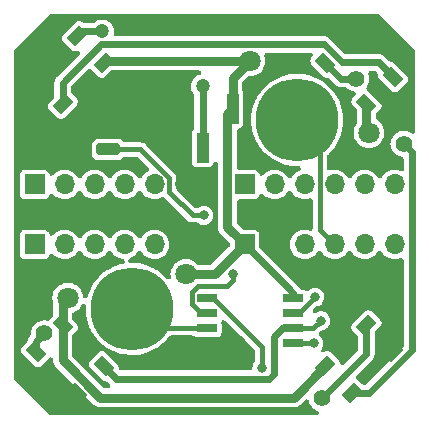
<source format=gtl>
%TF.GenerationSoftware,KiCad,Pcbnew,(6.0.7)*%
%TF.CreationDate,2022-09-30T15:50:04-07:00*%
%TF.ProjectId,companion,636f6d70-616e-4696-9f6e-2e6b69636164,rev?*%
%TF.SameCoordinates,Original*%
%TF.FileFunction,Copper,L1,Top*%
%TF.FilePolarity,Positive*%
%FSLAX46Y46*%
G04 Gerber Fmt 4.6, Leading zero omitted, Abs format (unit mm)*
G04 Created by KiCad (PCBNEW (6.0.7)) date 2022-09-30 15:50:04*
%MOMM*%
%LPD*%
G01*
G04 APERTURE LIST*
G04 Aperture macros list*
%AMRoundRect*
0 Rectangle with rounded corners*
0 $1 Rounding radius*
0 $2 $3 $4 $5 $6 $7 $8 $9 X,Y pos of 4 corners*
0 Add a 4 corners polygon primitive as box body*
4,1,4,$2,$3,$4,$5,$6,$7,$8,$9,$2,$3,0*
0 Add four circle primitives for the rounded corners*
1,1,$1+$1,$2,$3*
1,1,$1+$1,$4,$5*
1,1,$1+$1,$6,$7*
1,1,$1+$1,$8,$9*
0 Add four rect primitives between the rounded corners*
20,1,$1+$1,$2,$3,$4,$5,0*
20,1,$1+$1,$4,$5,$6,$7,0*
20,1,$1+$1,$6,$7,$8,$9,0*
20,1,$1+$1,$8,$9,$2,$3,0*%
%AMRotRect*
0 Rectangle, with rotation*
0 The origin of the aperture is its center*
0 $1 length*
0 $2 width*
0 $3 Rotation angle, in degrees counterclockwise*
0 Add horizontal line*
21,1,$1,$2,0,0,$3*%
G04 Aperture macros list end*
%TA.AperFunction,SMDPad,CuDef*%
%ADD10R,1.700000X0.650000*%
%TD*%
%TA.AperFunction,SMDPad,CuDef*%
%ADD11R,1.000000X2.510000*%
%TD*%
%TA.AperFunction,SMDPad,CuDef*%
%ADD12RotRect,1.500000X1.000000X45.000000*%
%TD*%
%TA.AperFunction,SMDPad,CuDef*%
%ADD13RotRect,1.500000X1.000000X315.000000*%
%TD*%
%TA.AperFunction,SMDPad,CuDef*%
%ADD14RotRect,1.500000X1.000000X225.000000*%
%TD*%
%TA.AperFunction,SMDPad,CuDef*%
%ADD15RotRect,1.500000X1.000000X135.000000*%
%TD*%
%TA.AperFunction,ComponentPad*%
%ADD16C,4.700000*%
%TD*%
%TA.AperFunction,ConnectorPad*%
%ADD17C,7.000000*%
%TD*%
%TA.AperFunction,ComponentPad*%
%ADD18R,1.700000X1.700000*%
%TD*%
%TA.AperFunction,ComponentPad*%
%ADD19O,1.700000X1.700000*%
%TD*%
%TA.AperFunction,SMDPad,CuDef*%
%ADD20RoundRect,0.250000X0.750000X-0.250000X0.750000X0.250000X-0.750000X0.250000X-0.750000X-0.250000X0*%
%TD*%
%TA.AperFunction,ViaPad*%
%ADD21C,1.200000*%
%TD*%
%TA.AperFunction,ViaPad*%
%ADD22C,1.800000*%
%TD*%
%TA.AperFunction,ViaPad*%
%ADD23C,0.800000*%
%TD*%
%TA.AperFunction,ViaPad*%
%ADD24C,1.400000*%
%TD*%
%TA.AperFunction,Conductor*%
%ADD25C,0.600000*%
%TD*%
%TA.AperFunction,Conductor*%
%ADD26C,0.800000*%
%TD*%
%TA.AperFunction,Conductor*%
%ADD27C,0.400000*%
%TD*%
G04 APERTURE END LIST*
D10*
%TO.P,U1,8,VCC*%
%TO.N,+VBATT*%
X24075000Y-24520000D03*
%TO.P,U1,7,PB2*%
%TO.N,CLK_P*%
X24075000Y-25790000D03*
%TO.P,U1,6,PB1*%
%TO.N,LED_DIN*%
X24075000Y-27060000D03*
%TO.P,U1,5,AREF/PB0*%
%TO.N,MOSI_P*%
X24075000Y-28330000D03*
%TO.P,U1,4,GND*%
%TO.N,GND*%
X16775000Y-28330000D03*
%TO.P,U1,3,XTAL2/PB4*%
%TO.N,a*%
X16775000Y-27060000D03*
%TO.P,U1,2,XTAL1/PB3*%
%TO.N,Net-(J6-Pad1)*%
X16775000Y-25790000D03*
%TO.P,U1,1,~{RESET}/PB5*%
%TO.N,RESET_P*%
X16775000Y-24520000D03*
%TD*%
D11*
%TO.P,J5,1,Pin_1*%
%TO.N,+VBATT*%
X18965000Y-8470000D03*
%TO.P,J5,2,Pin_2*%
%TO.N,Net-(D4-Pad2)*%
X16425000Y-11780000D03*
%TO.P,J5,3,Pin_3*%
%TO.N,GND*%
X13885000Y-8470000D03*
%TD*%
D12*
%TO.P,D2,1,VDD*%
%TO.N,+VBATT*%
X26811218Y-30276041D03*
%TO.P,D2,2,DOUT*%
%TO.N,Net-(D2-Pad2)*%
X29073959Y-32538782D03*
%TO.P,D2,3,VSS*%
%TO.N,GND*%
X32538782Y-29073959D03*
%TO.P,D2,4,DIN*%
%TO.N,Net-(D1-Pad2)*%
X30276041Y-26811218D03*
%TD*%
D13*
%TO.P,D1,1,VDD*%
%TO.N,+VBATT*%
X4573959Y-26811218D03*
%TO.P,D1,2,DOUT*%
%TO.N,Net-(D1-Pad2)*%
X2311218Y-29073959D03*
%TO.P,D1,3,VSS*%
%TO.N,GND*%
X5776041Y-32538782D03*
%TO.P,D1,4,DIN*%
%TO.N,LED_DIN*%
X8038782Y-30276041D03*
%TD*%
D14*
%TO.P,D4,1,VDD*%
%TO.N,+VBATT*%
X8038782Y-4573959D03*
%TO.P,D4,2,DOUT*%
%TO.N,Net-(D4-Pad2)*%
X5776041Y-2311218D03*
%TO.P,D4,3,VSS*%
%TO.N,GND*%
X2311218Y-5776041D03*
%TO.P,D4,4,DIN*%
%TO.N,Net-(D3-Pad2)*%
X4573959Y-8038782D03*
%TD*%
D15*
%TO.P,D3,4,DIN*%
%TO.N,Net-(D2-Pad2)*%
X26811218Y-4573959D03*
%TO.P,D3,3,VSS*%
%TO.N,GND*%
X29073959Y-2311218D03*
%TO.P,D3,2,DOUT*%
%TO.N,Net-(D3-Pad2)*%
X32538782Y-5776041D03*
%TO.P,D3,1,VDD*%
%TO.N,+VBATT*%
X30276041Y-8038782D03*
%TD*%
D16*
%TO.P,H1,1,1*%
%TO.N,a*%
X10425000Y-25425000D03*
D17*
X10425000Y-25425000D03*
%TD*%
%TO.P,H2,1,1*%
%TO.N,CLK_P*%
X24425000Y-9425000D03*
D16*
X24425000Y-9425000D03*
%TD*%
D18*
%TO.P,J1,1,Pin_1*%
%TO.N,unconnected-(J1-Pad1)*%
X2185000Y-14885000D03*
D19*
%TO.P,J1,2,Pin_2*%
%TO.N,unconnected-(J1-Pad2)*%
X4725000Y-14885000D03*
%TO.P,J1,3,Pin_3*%
%TO.N,unconnected-(J1-Pad3)*%
X7265000Y-14885000D03*
%TO.P,J1,4,Pin_4*%
%TO.N,unconnected-(J1-Pad4)*%
X9805000Y-14885000D03*
%TO.P,J1,5,Pin_5*%
%TO.N,unconnected-(J1-Pad5)*%
X12345000Y-14885000D03*
%TO.P,J1,6,Pin_6*%
%TO.N,GND*%
X14885000Y-14885000D03*
%TD*%
%TO.P,J2,6,Pin_6*%
%TO.N,GND*%
X14885000Y-19965000D03*
%TO.P,J2,5,Pin_5*%
%TO.N,unconnected-(J2-Pad5)*%
X12345000Y-19965000D03*
%TO.P,J2,4,Pin_4*%
%TO.N,unconnected-(J2-Pad4)*%
X9805000Y-19965000D03*
%TO.P,J2,3,Pin_3*%
%TO.N,unconnected-(J2-Pad3)*%
X7265000Y-19965000D03*
%TO.P,J2,2,Pin_2*%
%TO.N,unconnected-(J2-Pad2)*%
X4725000Y-19965000D03*
D18*
%TO.P,J2,1,Pin_1*%
%TO.N,unconnected-(J2-Pad1)*%
X2185000Y-19965000D03*
%TD*%
D19*
%TO.P,J3,6,Pin_6*%
%TO.N,unconnected-(J3-Pad6)*%
X32665000Y-14885000D03*
%TO.P,J3,5,Pin_5*%
%TO.N,unconnected-(J3-Pad5)*%
X30125000Y-14885000D03*
%TO.P,J3,4,Pin_4*%
%TO.N,unconnected-(J3-Pad4)*%
X27585000Y-14885000D03*
%TO.P,J3,3,Pin_3*%
%TO.N,unconnected-(J3-Pad3)*%
X25045000Y-14885000D03*
%TO.P,J3,2,Pin_2*%
%TO.N,unconnected-(J3-Pad2)*%
X22505000Y-14885000D03*
D18*
%TO.P,J3,1,Pin_1*%
%TO.N,CLK*%
X19965000Y-14885000D03*
%TD*%
D19*
%TO.P,J4,6,Pin_6*%
%TO.N,RESET_P*%
X32665000Y-19965000D03*
%TO.P,J4,5,Pin_5*%
%TO.N,MOSI_P*%
X30125000Y-19965000D03*
%TO.P,J4,4,Pin_4*%
%TO.N,CLK_P*%
X27585000Y-19965000D03*
%TO.P,J4,3,Pin_3*%
%TO.N,LED_DIN*%
X25045000Y-19965000D03*
%TO.P,J4,2,Pin_2*%
%TO.N,GND*%
X22505000Y-19965000D03*
D18*
%TO.P,J4,1,Pin_1*%
%TO.N,+VBATT*%
X19965000Y-19965000D03*
%TD*%
D20*
%TO.P,J6,1,Pin_1*%
%TO.N,Net-(J6-Pad1)*%
X8425000Y-11925000D03*
%TD*%
D21*
%TO.N,Net-(D4-Pad2)*%
X16425000Y-6575000D03*
D22*
%TO.N,+VBATT*%
X30500000Y-10500000D03*
X20425000Y-4425000D03*
D23*
%TO.N,Net-(J6-Pad1)*%
X16500000Y-17500000D03*
X19000000Y-22500000D03*
D22*
%TO.N,+VBATT*%
X5000000Y-24500000D03*
X15000000Y-22500000D03*
D24*
%TO.N,GND*%
X19330000Y-28330000D03*
%TO.N,Net-(D2-Pad2)*%
X29425000Y-5925000D03*
%TO.N,Net-(D1-Pad2)*%
X26500000Y-33000000D03*
%TO.N,Net-(D2-Pad2)*%
X33425000Y-11425000D03*
%TO.N,Net-(D1-Pad2)*%
X3000000Y-27500000D03*
D23*
%TO.N,CLK_P*%
X25925000Y-24425000D03*
%TO.N,LED_DIN*%
X26425000Y-26425000D03*
D21*
%TO.N,Net-(D4-Pad2)*%
X7925000Y-1925000D03*
D23*
%TO.N,RESET_P*%
X21425000Y-30425000D03*
%TO.N,MOSI_P*%
X25830000Y-28330000D03*
%TD*%
D25*
%TO.N,Net-(D4-Pad2)*%
X6162259Y-1925000D02*
X7925000Y-1925000D01*
X5776041Y-2311218D02*
X6162259Y-1925000D01*
X16425000Y-11780000D02*
X16425000Y-6575000D01*
%TO.N,Net-(D3-Pad2)*%
X26676473Y-3025000D02*
X28195101Y-4543628D01*
X28195101Y-4543628D02*
X31306369Y-4543628D01*
X7825000Y-3025000D02*
X26676473Y-3025000D01*
X4573959Y-6276041D02*
X7825000Y-3025000D01*
X4573959Y-8038782D02*
X4573959Y-6276041D01*
X31306369Y-4543628D02*
X32538782Y-5776041D01*
D26*
%TO.N,+VBATT*%
X30276041Y-10276041D02*
X30500000Y-10500000D01*
X30276041Y-8038782D02*
X30276041Y-10276041D01*
D27*
%TO.N,CLK_P*%
X26335489Y-17514511D02*
X26335489Y-11335489D01*
X26335489Y-11335489D02*
X24425000Y-9425000D01*
%TO.N,Net-(J6-Pad1)*%
X11152767Y-11925000D02*
X8425000Y-11925000D01*
X13595000Y-14367233D02*
X13595000Y-15535002D01*
X13595000Y-15535002D02*
X15559998Y-17500000D01*
X15559998Y-17500000D02*
X16500000Y-17500000D01*
X11152767Y-11925000D02*
X13595000Y-14367233D01*
X18500000Y-23500000D02*
X19000000Y-23000000D01*
X19000000Y-23000000D02*
X19000000Y-22500000D01*
X16000000Y-23500000D02*
X18500000Y-23500000D01*
X15500000Y-24000000D02*
X16000000Y-23500000D01*
X15500000Y-25040000D02*
X15500000Y-24000000D01*
X16250000Y-25790000D02*
X15500000Y-25040000D01*
X16775000Y-25790000D02*
X16250000Y-25790000D01*
%TO.N,a*%
X12060000Y-27060000D02*
X10425000Y-25425000D01*
X16775000Y-27060000D02*
X12060000Y-27060000D01*
D26*
%TO.N,+VBATT*%
X4573959Y-24926041D02*
X5000000Y-24500000D01*
X4573959Y-26811218D02*
X4573959Y-24926041D01*
X17430000Y-22500000D02*
X19965000Y-19965000D01*
X15000000Y-22500000D02*
X17430000Y-22500000D01*
D25*
%TO.N,Net-(D1-Pad2)*%
X2311218Y-28188782D02*
X3000000Y-27500000D01*
X2311218Y-29073959D02*
X2311218Y-28188782D01*
X30276041Y-29223959D02*
X26500000Y-33000000D01*
X30276041Y-26811218D02*
X30276041Y-29223959D01*
D27*
%TO.N,CLK_P*%
X24075000Y-25790000D02*
X24560000Y-25790000D01*
X24560000Y-25790000D02*
X25925000Y-24425000D01*
%TO.N,RESET_P*%
X21425000Y-28645000D02*
X21425000Y-30425000D01*
%TO.N,LED_DIN*%
X26425000Y-26425000D02*
X25790000Y-27060000D01*
%TO.N,RESET_P*%
X17300000Y-24520000D02*
X21425000Y-28645000D01*
%TO.N,CLK_P*%
X26335489Y-18715489D02*
X27585000Y-19965000D01*
%TO.N,LED_DIN*%
X25790000Y-27060000D02*
X24075000Y-27060000D01*
%TO.N,MOSI_P*%
X24075000Y-28330000D02*
X25830000Y-28330000D01*
%TO.N,RESET_P*%
X16775000Y-24520000D02*
X17300000Y-24520000D01*
D25*
%TO.N,Net-(D2-Pad2)*%
X34144000Y-28882955D02*
X34144000Y-12144000D01*
X34144000Y-12144000D02*
X33425000Y-11425000D01*
X30488173Y-32538782D02*
X34144000Y-28882955D01*
X29073959Y-32538782D02*
X30488173Y-32538782D01*
X28162259Y-5925000D02*
X29425000Y-5925000D01*
D27*
%TO.N,CLK_P*%
X26335489Y-18715489D02*
X26335489Y-17514511D01*
D25*
%TO.N,Net-(D2-Pad2)*%
X26811218Y-4573959D02*
X28162259Y-5925000D01*
D26*
%TO.N,+VBATT*%
X4573959Y-26811218D02*
X4573959Y-29781066D01*
X18965000Y-8470000D02*
X18965000Y-5885000D01*
X24162259Y-32925000D02*
X26811218Y-30276041D01*
X18965000Y-5885000D02*
X20425000Y-4425000D01*
X7717893Y-32925000D02*
X24162259Y-32925000D01*
X4573959Y-29781066D02*
X7717893Y-32925000D01*
X20425000Y-4425000D02*
X8187741Y-4425000D01*
X18515000Y-8920000D02*
X18515000Y-18515000D01*
%TO.N,GND*%
X14885000Y-9470000D02*
X13885000Y-8470000D01*
X14885000Y-14885000D02*
X14885000Y-9470000D01*
%TO.N,+VBATT*%
X18515000Y-18515000D02*
X19965000Y-19965000D01*
X8187741Y-4425000D02*
X8038782Y-4573959D01*
X18965000Y-8470000D02*
X18515000Y-8920000D01*
D25*
%TO.N,LED_DIN*%
X22025000Y-31325000D02*
X22425000Y-30925000D01*
X22425000Y-27805000D02*
X23170000Y-27060000D01*
X9087741Y-31325000D02*
X22025000Y-31325000D01*
X22425000Y-30925000D02*
X22425000Y-27805000D01*
%TO.N,+VBATT*%
X19965000Y-19965000D02*
X24075000Y-24075000D01*
%TO.N,GND*%
X16775000Y-28330000D02*
X19330000Y-28330000D01*
%TO.N,LED_DIN*%
X23170000Y-27060000D02*
X24075000Y-27060000D01*
%TO.N,+VBATT*%
X24075000Y-24075000D02*
X24075000Y-24520000D01*
%TO.N,LED_DIN*%
X8038782Y-30276041D02*
X9087741Y-31325000D01*
%TD*%
%TA.AperFunction,Conductor*%
%TO.N,GND*%
G36*
X31263022Y-445207D02*
G01*
X31317393Y-483786D01*
X34366214Y-3532606D01*
X34413333Y-3607594D01*
X34424500Y-3673320D01*
X34424500Y-10396371D01*
X34404793Y-10482714D01*
X34349574Y-10551955D01*
X34269782Y-10590382D01*
X34181218Y-10590382D01*
X34104408Y-10554271D01*
X34097812Y-10548174D01*
X33926757Y-10440246D01*
X33918280Y-10436864D01*
X33918278Y-10436863D01*
X33790136Y-10385740D01*
X33738898Y-10365298D01*
X33729957Y-10363520D01*
X33729952Y-10363518D01*
X33583991Y-10334485D01*
X33540526Y-10325839D01*
X33438032Y-10324498D01*
X33347411Y-10323311D01*
X33347406Y-10323311D01*
X33338286Y-10323192D01*
X33329296Y-10324737D01*
X33329293Y-10324737D01*
X33232957Y-10341291D01*
X33138949Y-10357444D01*
X33130398Y-10360599D01*
X33130393Y-10360600D01*
X32957752Y-10424291D01*
X32957748Y-10424293D01*
X32949193Y-10427449D01*
X32941355Y-10432112D01*
X32941351Y-10432114D01*
X32841790Y-10491347D01*
X32775371Y-10530862D01*
X32623305Y-10664220D01*
X32617659Y-10671382D01*
X32617658Y-10671383D01*
X32503736Y-10815893D01*
X32503733Y-10815897D01*
X32498089Y-10823057D01*
X32493843Y-10831128D01*
X32493840Y-10831132D01*
X32437562Y-10938099D01*
X32403914Y-11002053D01*
X32343937Y-11195213D01*
X32334714Y-11273135D01*
X32327745Y-11332022D01*
X32320164Y-11396069D01*
X32333392Y-11597894D01*
X32335638Y-11606737D01*
X32335638Y-11606738D01*
X32344777Y-11642721D01*
X32383178Y-11793928D01*
X32467856Y-11977607D01*
X32473120Y-11985055D01*
X32473122Y-11985059D01*
X32533165Y-12070017D01*
X32584588Y-12142780D01*
X32591119Y-12149142D01*
X32713514Y-12268373D01*
X32729466Y-12283913D01*
X32897637Y-12396282D01*
X32906019Y-12399883D01*
X33075094Y-12472524D01*
X33075100Y-12472526D01*
X33083470Y-12476122D01*
X33092359Y-12478133D01*
X33092364Y-12478135D01*
X33280740Y-12520760D01*
X33280403Y-12522250D01*
X33353507Y-12549376D01*
X33414949Y-12613160D01*
X33442631Y-12697286D01*
X33443500Y-12715864D01*
X33443500Y-13555878D01*
X33423793Y-13642221D01*
X33368574Y-13711462D01*
X33288782Y-13749889D01*
X33200218Y-13749889D01*
X33160400Y-13736234D01*
X33094330Y-13705425D01*
X33063507Y-13697166D01*
X32891368Y-13651041D01*
X32891364Y-13651040D01*
X32882977Y-13648793D01*
X32874328Y-13648036D01*
X32874326Y-13648036D01*
X32673653Y-13630480D01*
X32665000Y-13629723D01*
X32656347Y-13630480D01*
X32455674Y-13648036D01*
X32455672Y-13648036D01*
X32447023Y-13648793D01*
X32438636Y-13651040D01*
X32438632Y-13651041D01*
X32266493Y-13697166D01*
X32235670Y-13705425D01*
X32037362Y-13797898D01*
X32030244Y-13802882D01*
X32030239Y-13802885D01*
X31865243Y-13918416D01*
X31865242Y-13918417D01*
X31858123Y-13923402D01*
X31703402Y-14078123D01*
X31698419Y-14085239D01*
X31698416Y-14085243D01*
X31582885Y-14250239D01*
X31582882Y-14250244D01*
X31577898Y-14257362D01*
X31574225Y-14265239D01*
X31569881Y-14272763D01*
X31568323Y-14271863D01*
X31520999Y-14332744D01*
X31441690Y-14372159D01*
X31353134Y-14373260D01*
X31272869Y-14335829D01*
X31221802Y-14271792D01*
X31220119Y-14272763D01*
X31215775Y-14265239D01*
X31212102Y-14257362D01*
X31207118Y-14250244D01*
X31207115Y-14250239D01*
X31091584Y-14085243D01*
X31091581Y-14085239D01*
X31086598Y-14078123D01*
X30931877Y-13923402D01*
X30774011Y-13812863D01*
X30759760Y-13802884D01*
X30759758Y-13802883D01*
X30752639Y-13797898D01*
X30554330Y-13705425D01*
X30523507Y-13697166D01*
X30351368Y-13651041D01*
X30351364Y-13651040D01*
X30342977Y-13648793D01*
X30334328Y-13648036D01*
X30334326Y-13648036D01*
X30133653Y-13630480D01*
X30125000Y-13629723D01*
X30116347Y-13630480D01*
X29915674Y-13648036D01*
X29915672Y-13648036D01*
X29907023Y-13648793D01*
X29898636Y-13651040D01*
X29898632Y-13651041D01*
X29726493Y-13697166D01*
X29695670Y-13705425D01*
X29497362Y-13797898D01*
X29490244Y-13802882D01*
X29490239Y-13802885D01*
X29325243Y-13918416D01*
X29325242Y-13918417D01*
X29318123Y-13923402D01*
X29163402Y-14078123D01*
X29158419Y-14085239D01*
X29158416Y-14085243D01*
X29042885Y-14250239D01*
X29042882Y-14250244D01*
X29037898Y-14257362D01*
X29034225Y-14265239D01*
X29029881Y-14272763D01*
X29028323Y-14271863D01*
X28980999Y-14332744D01*
X28901690Y-14372159D01*
X28813134Y-14373260D01*
X28732869Y-14335829D01*
X28681802Y-14271792D01*
X28680119Y-14272763D01*
X28675775Y-14265239D01*
X28672102Y-14257362D01*
X28667118Y-14250244D01*
X28667115Y-14250239D01*
X28551584Y-14085243D01*
X28551581Y-14085239D01*
X28546598Y-14078123D01*
X28391877Y-13923402D01*
X28234011Y-13812863D01*
X28219760Y-13802884D01*
X28219758Y-13802883D01*
X28212639Y-13797898D01*
X28014330Y-13705425D01*
X27983507Y-13697166D01*
X27811368Y-13651041D01*
X27811364Y-13651040D01*
X27802977Y-13648793D01*
X27794328Y-13648036D01*
X27794326Y-13648036D01*
X27593653Y-13630480D01*
X27585000Y-13629723D01*
X27576347Y-13630480D01*
X27375674Y-13648036D01*
X27375672Y-13648036D01*
X27367023Y-13648793D01*
X27358636Y-13651040D01*
X27358632Y-13651041D01*
X27261812Y-13676984D01*
X27186493Y-13697166D01*
X27097993Y-13700478D01*
X27016819Y-13665062D01*
X26959050Y-13597934D01*
X26935989Y-13504947D01*
X26935989Y-12501984D01*
X26955696Y-12415641D01*
X27006278Y-12350213D01*
X27094671Y-12275250D01*
X27098508Y-12271996D01*
X27372528Y-11987247D01*
X27532375Y-11783387D01*
X27613259Y-11680232D01*
X27613262Y-11680228D01*
X27616370Y-11676264D01*
X27827537Y-11342231D01*
X27984505Y-11027402D01*
X28001619Y-10993077D01*
X28001620Y-10993075D01*
X28003867Y-10988568D01*
X28016788Y-10954374D01*
X28141773Y-10623611D01*
X28141775Y-10623606D01*
X28143554Y-10618897D01*
X28245168Y-10237002D01*
X28250802Y-10201834D01*
X28306872Y-9851775D01*
X28307670Y-9846793D01*
X28330418Y-9452265D01*
X28330513Y-9425000D01*
X28329568Y-9406336D01*
X28310775Y-9035354D01*
X28310775Y-9035351D01*
X28310520Y-9030323D01*
X28309758Y-9025343D01*
X28251506Y-8644665D01*
X28251504Y-8644657D01*
X28250744Y-8639688D01*
X28151798Y-8257092D01*
X28039921Y-7954650D01*
X28016443Y-7891180D01*
X28016442Y-7891177D01*
X28014695Y-7886455D01*
X27840839Y-7531570D01*
X27833424Y-7519658D01*
X27634672Y-7200349D01*
X27634670Y-7200347D01*
X27632009Y-7196071D01*
X27390344Y-6883393D01*
X27118318Y-6596737D01*
X26818716Y-6339039D01*
X26811449Y-6333969D01*
X26749965Y-6291077D01*
X26494607Y-6112937D01*
X26319635Y-6015549D01*
X26153706Y-5923194D01*
X26153699Y-5923191D01*
X26149307Y-5920746D01*
X25786353Y-5764433D01*
X25781554Y-5762920D01*
X25781549Y-5762918D01*
X25628975Y-5714812D01*
X25409460Y-5645599D01*
X25404535Y-5644579D01*
X25404527Y-5644577D01*
X25027430Y-5566484D01*
X25027422Y-5566483D01*
X25022488Y-5565461D01*
X24629399Y-5524839D01*
X24624376Y-5524830D01*
X24624371Y-5524830D01*
X24431087Y-5524493D01*
X24234217Y-5524150D01*
X23840988Y-5563399D01*
X23836044Y-5564405D01*
X23836043Y-5564405D01*
X23458681Y-5641180D01*
X23458675Y-5641182D01*
X23453738Y-5642186D01*
X23448923Y-5643686D01*
X23448918Y-5643687D01*
X23081242Y-5758205D01*
X23081239Y-5758206D01*
X23076433Y-5759703D01*
X22712936Y-5914748D01*
X22708523Y-5917184D01*
X22708517Y-5917187D01*
X22371385Y-6103294D01*
X22366967Y-6105733D01*
X22362831Y-6108597D01*
X22362826Y-6108600D01*
X22167708Y-6243706D01*
X22042070Y-6330702D01*
X22038245Y-6333969D01*
X21760703Y-6571013D01*
X21741571Y-6587353D01*
X21683018Y-6648625D01*
X21491138Y-6849416D01*
X21468546Y-6873057D01*
X21465458Y-6877023D01*
X21465456Y-6877026D01*
X21330277Y-7050672D01*
X21225791Y-7184890D01*
X21015791Y-7519658D01*
X21013561Y-7524170D01*
X20885306Y-7783674D01*
X20840697Y-7873934D01*
X20702301Y-8244090D01*
X20701023Y-8248963D01*
X20701021Y-8248968D01*
X20604430Y-8617157D01*
X20602021Y-8626338D01*
X20540882Y-9016763D01*
X20540610Y-9021792D01*
X20540609Y-9021798D01*
X20524288Y-9323165D01*
X20519511Y-9411367D01*
X20519748Y-9416393D01*
X20519748Y-9416403D01*
X20521566Y-9454949D01*
X20538126Y-9806111D01*
X20567332Y-10001532D01*
X20593656Y-10177668D01*
X20596538Y-10196953D01*
X20694148Y-10579892D01*
X20829956Y-10951006D01*
X20832153Y-10955530D01*
X20832157Y-10955540D01*
X20934243Y-11165775D01*
X21002573Y-11306495D01*
X21210230Y-11642721D01*
X21450802Y-11956241D01*
X21721826Y-12243844D01*
X22020526Y-12502586D01*
X22343845Y-12729818D01*
X22348231Y-12732279D01*
X22348240Y-12732285D01*
X22684086Y-12920753D01*
X22684091Y-12920755D01*
X22688472Y-12923214D01*
X22693082Y-12925218D01*
X22693085Y-12925220D01*
X23046264Y-13078787D01*
X23046268Y-13078788D01*
X23050878Y-13080793D01*
X23427353Y-13200941D01*
X23432283Y-13201980D01*
X23432287Y-13201981D01*
X23662829Y-13250564D01*
X23814043Y-13282430D01*
X24206988Y-13324423D01*
X24532493Y-13326128D01*
X24618732Y-13346287D01*
X24687683Y-13401867D01*
X24725691Y-13481860D01*
X24725227Y-13570422D01*
X24686383Y-13650013D01*
X24615552Y-13705480D01*
X24417362Y-13797898D01*
X24410244Y-13802882D01*
X24410239Y-13802885D01*
X24245243Y-13918416D01*
X24245242Y-13918417D01*
X24238123Y-13923402D01*
X24083402Y-14078123D01*
X24078419Y-14085239D01*
X24078416Y-14085243D01*
X23962885Y-14250239D01*
X23962882Y-14250244D01*
X23957898Y-14257362D01*
X23954225Y-14265239D01*
X23949881Y-14272763D01*
X23948323Y-14271863D01*
X23900999Y-14332744D01*
X23821690Y-14372159D01*
X23733134Y-14373260D01*
X23652869Y-14335829D01*
X23601802Y-14271792D01*
X23600119Y-14272763D01*
X23595775Y-14265239D01*
X23592102Y-14257362D01*
X23587118Y-14250244D01*
X23587115Y-14250239D01*
X23471584Y-14085243D01*
X23471581Y-14085239D01*
X23466598Y-14078123D01*
X23311877Y-13923402D01*
X23154011Y-13812863D01*
X23139760Y-13802884D01*
X23139758Y-13802883D01*
X23132639Y-13797898D01*
X22934330Y-13705425D01*
X22903507Y-13697166D01*
X22731368Y-13651041D01*
X22731364Y-13651040D01*
X22722977Y-13648793D01*
X22714328Y-13648036D01*
X22714326Y-13648036D01*
X22513653Y-13630480D01*
X22505000Y-13629723D01*
X22496347Y-13630480D01*
X22295674Y-13648036D01*
X22295672Y-13648036D01*
X22287023Y-13648793D01*
X22278636Y-13651040D01*
X22278632Y-13651041D01*
X22106493Y-13697166D01*
X22075670Y-13705425D01*
X21877362Y-13797898D01*
X21870244Y-13802882D01*
X21870239Y-13802885D01*
X21705243Y-13918416D01*
X21705242Y-13918417D01*
X21698123Y-13923402D01*
X21546706Y-14074819D01*
X21471718Y-14121938D01*
X21383711Y-14131854D01*
X21300118Y-14102603D01*
X21237494Y-14039979D01*
X21209442Y-13965235D01*
X21203096Y-13925168D01*
X21200646Y-13909696D01*
X21143050Y-13796658D01*
X21053342Y-13706950D01*
X20940304Y-13649354D01*
X20846519Y-13634500D01*
X20788602Y-13634500D01*
X19514499Y-13634501D01*
X19428157Y-13614794D01*
X19358916Y-13559576D01*
X19320489Y-13479783D01*
X19315500Y-13435501D01*
X19315500Y-10323084D01*
X19335207Y-10236741D01*
X19390426Y-10167500D01*
X19470218Y-10129073D01*
X19493633Y-10125499D01*
X19496518Y-10125499D01*
X19511259Y-10123164D01*
X19574831Y-10113097D01*
X19574834Y-10113096D01*
X19590304Y-10110646D01*
X19604260Y-10103535D01*
X19604263Y-10103534D01*
X19689388Y-10060160D01*
X19703342Y-10053050D01*
X19793050Y-9963342D01*
X19850646Y-9850304D01*
X19865500Y-9756519D01*
X19865499Y-7183482D01*
X19863446Y-7170516D01*
X19853097Y-7105169D01*
X19853096Y-7105166D01*
X19850646Y-7089696D01*
X19835732Y-7060424D01*
X19793050Y-6976658D01*
X19795122Y-6975603D01*
X19768697Y-6913776D01*
X19765500Y-6878248D01*
X19765500Y-6299006D01*
X19785207Y-6212663D01*
X19823786Y-6158292D01*
X20199943Y-5782135D01*
X20274931Y-5735016D01*
X20357999Y-5724606D01*
X20425000Y-5730468D01*
X20433653Y-5729711D01*
X20643040Y-5711392D01*
X20643041Y-5711392D01*
X20651692Y-5710635D01*
X20660077Y-5708388D01*
X20660084Y-5708387D01*
X20863099Y-5653989D01*
X20871496Y-5651739D01*
X21077734Y-5555568D01*
X21087723Y-5548574D01*
X21257022Y-5430031D01*
X21257027Y-5430027D01*
X21264139Y-5425047D01*
X21425047Y-5264139D01*
X21430027Y-5257027D01*
X21430031Y-5257022D01*
X21550584Y-5084852D01*
X21555568Y-5077734D01*
X21651739Y-4871496D01*
X21653989Y-4863099D01*
X21708387Y-4660084D01*
X21708388Y-4660077D01*
X21710635Y-4651692D01*
X21730468Y-4425000D01*
X21710635Y-4198308D01*
X21708388Y-4189923D01*
X21708387Y-4189916D01*
X21651739Y-3978504D01*
X21654209Y-3977842D01*
X21645034Y-3904717D01*
X21673227Y-3820761D01*
X21735055Y-3757352D01*
X21818273Y-3727048D01*
X21843048Y-3725500D01*
X25552197Y-3725500D01*
X25638540Y-3745207D01*
X25707781Y-3800426D01*
X25746208Y-3880218D01*
X25746208Y-3968782D01*
X25707781Y-4048574D01*
X25692912Y-4065212D01*
X25621852Y-4136273D01*
X25566038Y-4213093D01*
X25561199Y-4227986D01*
X25561198Y-4227988D01*
X25531675Y-4318851D01*
X25531674Y-4318855D01*
X25526835Y-4333749D01*
X25526835Y-4460615D01*
X25566038Y-4581272D01*
X25621851Y-4658091D01*
X26727086Y-5763325D01*
X26803905Y-5819139D01*
X26818795Y-5823977D01*
X26818797Y-5823978D01*
X26846116Y-5832854D01*
X26924562Y-5858342D01*
X27022516Y-5858342D01*
X27108859Y-5878049D01*
X27163230Y-5916628D01*
X27644925Y-6398323D01*
X27654170Y-6408220D01*
X27690090Y-6449396D01*
X27699905Y-6456294D01*
X27699906Y-6456295D01*
X27740173Y-6484595D01*
X27748537Y-6490807D01*
X27770351Y-6507911D01*
X27796716Y-6528584D01*
X27807648Y-6533520D01*
X27813217Y-6536893D01*
X27818989Y-6539988D01*
X27828806Y-6546887D01*
X27878333Y-6566197D01*
X27885835Y-6569122D01*
X27895422Y-6573152D01*
X27951243Y-6598356D01*
X27963039Y-6600542D01*
X27969262Y-6602493D01*
X27975599Y-6604120D01*
X27986772Y-6608476D01*
X27998659Y-6610041D01*
X27998663Y-6610042D01*
X28030583Y-6614244D01*
X28047469Y-6616467D01*
X28057722Y-6618090D01*
X28117951Y-6629253D01*
X28129921Y-6628563D01*
X28129924Y-6628563D01*
X28177316Y-6625830D01*
X28188771Y-6625500D01*
X28485943Y-6625500D01*
X28572286Y-6645207D01*
X28624803Y-6681956D01*
X28722929Y-6777546D01*
X28722935Y-6777551D01*
X28729466Y-6783913D01*
X28737048Y-6788979D01*
X28737049Y-6788980D01*
X28868819Y-6877026D01*
X28897637Y-6896282D01*
X28945421Y-6916812D01*
X29075094Y-6972524D01*
X29075100Y-6972526D01*
X29083470Y-6976122D01*
X29092359Y-6978133D01*
X29092364Y-6978135D01*
X29206627Y-7003990D01*
X29243774Y-7012395D01*
X29323637Y-7050672D01*
X29378985Y-7119810D01*
X29398854Y-7206116D01*
X29379308Y-7292496D01*
X29340570Y-7347201D01*
X29086675Y-7601096D01*
X29030861Y-7677916D01*
X29026022Y-7692809D01*
X29026021Y-7692811D01*
X28996498Y-7783674D01*
X28996497Y-7783678D01*
X28991658Y-7798572D01*
X28991658Y-7925438D01*
X29030861Y-8046095D01*
X29086674Y-8122914D01*
X29417255Y-8453495D01*
X29464374Y-8528483D01*
X29475541Y-8594209D01*
X29475541Y-9632981D01*
X29455834Y-9719324D01*
X29439554Y-9747120D01*
X29369432Y-9847266D01*
X29273261Y-10053504D01*
X29271011Y-10061901D01*
X29216613Y-10264916D01*
X29216612Y-10264923D01*
X29214365Y-10273308D01*
X29213608Y-10281959D01*
X29213608Y-10281960D01*
X29209769Y-10325839D01*
X29194532Y-10500000D01*
X29195289Y-10508653D01*
X29204509Y-10614032D01*
X29214365Y-10726692D01*
X29216612Y-10735077D01*
X29216613Y-10735084D01*
X29242349Y-10831132D01*
X29273261Y-10946496D01*
X29369432Y-11152734D01*
X29374416Y-11159852D01*
X29494969Y-11332022D01*
X29494973Y-11332027D01*
X29499953Y-11339139D01*
X29660861Y-11500047D01*
X29667973Y-11505027D01*
X29667978Y-11505031D01*
X29840148Y-11625584D01*
X29847266Y-11630568D01*
X30053504Y-11726739D01*
X30061901Y-11728989D01*
X30264916Y-11783387D01*
X30264923Y-11783388D01*
X30273308Y-11785635D01*
X30281959Y-11786392D01*
X30281960Y-11786392D01*
X30491347Y-11804711D01*
X30500000Y-11805468D01*
X30508653Y-11804711D01*
X30718040Y-11786392D01*
X30718041Y-11786392D01*
X30726692Y-11785635D01*
X30735077Y-11783388D01*
X30735084Y-11783387D01*
X30938099Y-11728989D01*
X30946496Y-11726739D01*
X31152734Y-11630568D01*
X31159852Y-11625584D01*
X31332022Y-11505031D01*
X31332027Y-11505027D01*
X31339139Y-11500047D01*
X31500047Y-11339139D01*
X31505027Y-11332027D01*
X31505031Y-11332022D01*
X31625584Y-11159852D01*
X31630568Y-11152734D01*
X31726739Y-10946496D01*
X31757651Y-10831132D01*
X31783387Y-10735084D01*
X31783388Y-10735077D01*
X31785635Y-10726692D01*
X31795492Y-10614032D01*
X31804711Y-10508653D01*
X31805468Y-10500000D01*
X31790231Y-10325839D01*
X31786392Y-10281960D01*
X31786392Y-10281959D01*
X31785635Y-10273308D01*
X31783388Y-10264923D01*
X31783387Y-10264916D01*
X31728989Y-10061901D01*
X31726739Y-10053504D01*
X31630568Y-9847266D01*
X31567027Y-9756519D01*
X31505031Y-9667978D01*
X31505027Y-9667973D01*
X31500047Y-9660861D01*
X31339139Y-9499953D01*
X31332027Y-9494973D01*
X31332022Y-9494969D01*
X31161400Y-9375500D01*
X31101975Y-9309833D01*
X31076928Y-9224885D01*
X31076541Y-9212488D01*
X31076541Y-8947763D01*
X31096248Y-8861420D01*
X31134827Y-8807049D01*
X31459878Y-8481998D01*
X31459884Y-8481991D01*
X31465407Y-8476468D01*
X31521221Y-8399648D01*
X31537777Y-8348694D01*
X31555584Y-8293890D01*
X31555585Y-8293886D01*
X31560424Y-8278992D01*
X31560424Y-8152126D01*
X31521221Y-8031469D01*
X31465408Y-7954650D01*
X30360173Y-6849416D01*
X30353854Y-6844825D01*
X30349787Y-6841351D01*
X30296933Y-6770288D01*
X30280147Y-6683330D01*
X30302753Y-6597700D01*
X30326032Y-6562790D01*
X30335837Y-6551001D01*
X30434664Y-6374531D01*
X30499678Y-6183007D01*
X30528700Y-5982842D01*
X30530215Y-5925000D01*
X30529091Y-5912768D01*
X30512543Y-5732676D01*
X30512543Y-5732674D01*
X30511708Y-5723591D01*
X30456807Y-5528926D01*
X30452774Y-5520749D01*
X30450354Y-5514443D01*
X30437809Y-5426773D01*
X30464546Y-5342342D01*
X30525268Y-5277873D01*
X30607949Y-5246134D01*
X30636136Y-5244128D01*
X30933784Y-5244128D01*
X31020127Y-5263835D01*
X31074499Y-5302414D01*
X31196114Y-5424030D01*
X31243232Y-5499019D01*
X31254399Y-5564744D01*
X31254399Y-5662697D01*
X31274000Y-5723025D01*
X31288586Y-5767915D01*
X31293602Y-5783354D01*
X31349415Y-5860173D01*
X32454650Y-6965407D01*
X32460965Y-6969995D01*
X32460967Y-6969997D01*
X32468683Y-6975603D01*
X32531469Y-7021221D01*
X32546359Y-7026059D01*
X32546361Y-7026060D01*
X32591797Y-7040822D01*
X32652126Y-7060424D01*
X32778992Y-7060424D01*
X32793886Y-7055585D01*
X32793890Y-7055584D01*
X32884753Y-7026061D01*
X32884755Y-7026060D01*
X32899648Y-7021221D01*
X32976468Y-6965408D01*
X33728148Y-6213727D01*
X33783962Y-6136907D01*
X33790815Y-6115816D01*
X33818325Y-6031149D01*
X33818326Y-6031145D01*
X33823165Y-6016251D01*
X33823165Y-5889385D01*
X33783962Y-5768728D01*
X33728149Y-5691909D01*
X32622914Y-4586675D01*
X32546095Y-4530861D01*
X32531205Y-4526023D01*
X32531203Y-4526022D01*
X32465830Y-4504782D01*
X32425438Y-4491658D01*
X32327484Y-4491658D01*
X32241141Y-4471951D01*
X32186770Y-4433372D01*
X31823703Y-4070305D01*
X31814458Y-4060408D01*
X31786427Y-4028275D01*
X31786426Y-4028274D01*
X31778538Y-4019232D01*
X31728455Y-3984033D01*
X31720091Y-3977821D01*
X31681356Y-3947449D01*
X31671912Y-3940044D01*
X31660973Y-3935105D01*
X31655398Y-3931729D01*
X31649640Y-3928641D01*
X31639822Y-3921741D01*
X31582780Y-3899501D01*
X31573191Y-3895469D01*
X31528321Y-3875210D01*
X31528316Y-3875208D01*
X31517385Y-3870273D01*
X31505590Y-3868087D01*
X31499352Y-3866132D01*
X31493034Y-3864510D01*
X31481856Y-3860152D01*
X31421160Y-3852162D01*
X31410867Y-3850531D01*
X31362475Y-3841562D01*
X31362469Y-3841562D01*
X31350677Y-3839376D01*
X31338706Y-3840066D01*
X31338704Y-3840066D01*
X31291324Y-3842798D01*
X31279870Y-3843128D01*
X28567686Y-3843128D01*
X28481343Y-3823421D01*
X28426972Y-3784842D01*
X27193806Y-2551676D01*
X27184576Y-2541796D01*
X27148642Y-2500604D01*
X27098559Y-2465405D01*
X27090195Y-2459193D01*
X27051460Y-2428821D01*
X27042016Y-2421416D01*
X27031077Y-2416477D01*
X27025502Y-2413101D01*
X27019744Y-2410013D01*
X27009926Y-2403113D01*
X26952884Y-2380873D01*
X26943295Y-2376841D01*
X26898425Y-2356582D01*
X26898420Y-2356580D01*
X26887489Y-2351645D01*
X26875694Y-2349459D01*
X26869456Y-2347504D01*
X26863138Y-2345882D01*
X26851960Y-2341524D01*
X26791264Y-2333534D01*
X26780971Y-2331903D01*
X26732579Y-2322934D01*
X26732573Y-2322934D01*
X26720781Y-2320748D01*
X26708810Y-2321438D01*
X26708808Y-2321438D01*
X26661428Y-2324170D01*
X26649974Y-2324500D01*
X9108748Y-2324500D01*
X9022405Y-2304793D01*
X8953164Y-2249574D01*
X8914737Y-2169782D01*
X8911317Y-2100559D01*
X8929253Y-1958581D01*
X8929253Y-1958580D01*
X8929949Y-1953071D01*
X8930341Y-1925000D01*
X8911194Y-1729728D01*
X8854484Y-1541894D01*
X8762370Y-1368653D01*
X8638361Y-1216602D01*
X8624087Y-1204793D01*
X8494672Y-1097733D01*
X8487180Y-1091535D01*
X8314585Y-998213D01*
X8305287Y-995335D01*
X8305285Y-995334D01*
X8136454Y-943072D01*
X8136450Y-943071D01*
X8127152Y-940193D01*
X8117476Y-939176D01*
X8117471Y-939175D01*
X7941695Y-920700D01*
X7932019Y-919683D01*
X7736618Y-937466D01*
X7623383Y-970793D01*
X7557739Y-990113D01*
X7557736Y-990114D01*
X7548393Y-992864D01*
X7374512Y-1083767D01*
X7366926Y-1089867D01*
X7366925Y-1089867D01*
X7357142Y-1097733D01*
X7271969Y-1166214D01*
X7254091Y-1180588D01*
X7174452Y-1219332D01*
X7129397Y-1224500D01*
X6398803Y-1224500D01*
X6312460Y-1204793D01*
X6258089Y-1166214D01*
X6213727Y-1121852D01*
X6136907Y-1066038D01*
X6122014Y-1061199D01*
X6122012Y-1061198D01*
X6031149Y-1031675D01*
X6031145Y-1031674D01*
X6016251Y-1026835D01*
X5889385Y-1026835D01*
X5829057Y-1046436D01*
X5783620Y-1061199D01*
X5783618Y-1061200D01*
X5768728Y-1066038D01*
X5691909Y-1121851D01*
X4586675Y-2227086D01*
X4530861Y-2303905D01*
X4526023Y-2318795D01*
X4526022Y-2318797D01*
X4524169Y-2324500D01*
X4491658Y-2424562D01*
X4491658Y-2551428D01*
X4496497Y-2566322D01*
X4496498Y-2566326D01*
X4515725Y-2625500D01*
X4530861Y-2672084D01*
X4586674Y-2748904D01*
X5338355Y-3500584D01*
X5415175Y-3556398D01*
X5430068Y-3561237D01*
X5430070Y-3561238D01*
X5520933Y-3590761D01*
X5520937Y-3590762D01*
X5535831Y-3595601D01*
X5662697Y-3595601D01*
X5764703Y-3562458D01*
X5852910Y-3554520D01*
X5935826Y-3585640D01*
X5997028Y-3649653D01*
X6024395Y-3733882D01*
X6012506Y-3821644D01*
X5966910Y-3892433D01*
X4100635Y-5758708D01*
X4090755Y-5767938D01*
X4049563Y-5803872D01*
X4042665Y-5813687D01*
X4042664Y-5813688D01*
X4014364Y-5853955D01*
X4008152Y-5862319D01*
X3995818Y-5878049D01*
X3970375Y-5910498D01*
X3965436Y-5921437D01*
X3962060Y-5927012D01*
X3958972Y-5932770D01*
X3952072Y-5942588D01*
X3929861Y-5999555D01*
X3929836Y-5999620D01*
X3925800Y-6009219D01*
X3905541Y-6054089D01*
X3905539Y-6054094D01*
X3900604Y-6065025D01*
X3898418Y-6076820D01*
X3896463Y-6083058D01*
X3894841Y-6089376D01*
X3890483Y-6100554D01*
X3888917Y-6112450D01*
X3882493Y-6161249D01*
X3880862Y-6171543D01*
X3871893Y-6219935D01*
X3871893Y-6219941D01*
X3869707Y-6231733D01*
X3870397Y-6243704D01*
X3870397Y-6243706D01*
X3873129Y-6291086D01*
X3873459Y-6302540D01*
X3873459Y-7383356D01*
X3853752Y-7469699D01*
X3815173Y-7524070D01*
X3384593Y-7954650D01*
X3328779Y-8031469D01*
X3289576Y-8152126D01*
X3289576Y-8278992D01*
X3294415Y-8293886D01*
X3294416Y-8293890D01*
X3312223Y-8348694D01*
X3328779Y-8399648D01*
X3384592Y-8476468D01*
X4136273Y-9228148D01*
X4213093Y-9283962D01*
X4227986Y-9288801D01*
X4227988Y-9288802D01*
X4318851Y-9318325D01*
X4318855Y-9318326D01*
X4333749Y-9323165D01*
X4460615Y-9323165D01*
X4520943Y-9303564D01*
X4566380Y-9288801D01*
X4566382Y-9288800D01*
X4581272Y-9283962D01*
X4658091Y-9228149D01*
X5763325Y-8122914D01*
X5819139Y-8046095D01*
X5858342Y-7925438D01*
X5858342Y-7798572D01*
X5853503Y-7783678D01*
X5853502Y-7783674D01*
X5823979Y-7692811D01*
X5823978Y-7692809D01*
X5819139Y-7677916D01*
X5763326Y-7601096D01*
X5332745Y-7170516D01*
X5285626Y-7095528D01*
X5274459Y-7029802D01*
X5274459Y-6648625D01*
X5294166Y-6562282D01*
X5332745Y-6507911D01*
X6698499Y-5142157D01*
X6773487Y-5095038D01*
X6861494Y-5085122D01*
X6945087Y-5114373D01*
X6979927Y-5142157D01*
X7293505Y-5455734D01*
X7601096Y-5763325D01*
X7677916Y-5819139D01*
X7692809Y-5823978D01*
X7692811Y-5823979D01*
X7783674Y-5853502D01*
X7783678Y-5853503D01*
X7798572Y-5858342D01*
X7925438Y-5858342D01*
X8003884Y-5832854D01*
X8031203Y-5823978D01*
X8031205Y-5823977D01*
X8046095Y-5819139D01*
X8122914Y-5763326D01*
X8602454Y-5283786D01*
X8677442Y-5236667D01*
X8743168Y-5225500D01*
X16085511Y-5225500D01*
X16171854Y-5245207D01*
X16241095Y-5300426D01*
X16279522Y-5380218D01*
X16279522Y-5468782D01*
X16241095Y-5548574D01*
X16171854Y-5603793D01*
X16141697Y-5615403D01*
X16057739Y-5640113D01*
X16057736Y-5640114D01*
X16048393Y-5642864D01*
X15874512Y-5733767D01*
X15866926Y-5739867D01*
X15866925Y-5739867D01*
X15832040Y-5767915D01*
X15721600Y-5856711D01*
X15715342Y-5864169D01*
X15610903Y-5988636D01*
X15595480Y-6007016D01*
X15584358Y-6027247D01*
X15507846Y-6166422D01*
X15500956Y-6178954D01*
X15441628Y-6365978D01*
X15419757Y-6560963D01*
X15436175Y-6756483D01*
X15438857Y-6765837D01*
X15438858Y-6765841D01*
X15472566Y-6883393D01*
X15490258Y-6945091D01*
X15579944Y-7119601D01*
X15585989Y-7127228D01*
X15585991Y-7127231D01*
X15681455Y-7247677D01*
X15719642Y-7327585D01*
X15724500Y-7371285D01*
X15724500Y-10076680D01*
X15704793Y-10163023D01*
X15666214Y-10217394D01*
X15596950Y-10286658D01*
X15539354Y-10399696D01*
X15524500Y-10493481D01*
X15524501Y-13066518D01*
X15525723Y-13074231D01*
X15525723Y-13074237D01*
X15536903Y-13144831D01*
X15536904Y-13144834D01*
X15539354Y-13160304D01*
X15546465Y-13174260D01*
X15546466Y-13174263D01*
X15565277Y-13211181D01*
X15596950Y-13273342D01*
X15686658Y-13363050D01*
X15799696Y-13420646D01*
X15893481Y-13435500D01*
X15901305Y-13435500D01*
X16425373Y-13435499D01*
X16956518Y-13435499D01*
X16964231Y-13434277D01*
X16964237Y-13434277D01*
X17034831Y-13423097D01*
X17034834Y-13423096D01*
X17050304Y-13420646D01*
X17064260Y-13413535D01*
X17064263Y-13413534D01*
X17149388Y-13370160D01*
X17163342Y-13363050D01*
X17253050Y-13273342D01*
X17310646Y-13160304D01*
X17318950Y-13107874D01*
X17351921Y-13025677D01*
X17417292Y-12965926D01*
X17502113Y-12940455D01*
X17589586Y-12954309D01*
X17662385Y-13004744D01*
X17706092Y-13081771D01*
X17714500Y-13139004D01*
X17714500Y-18505535D01*
X17714489Y-18507619D01*
X17714307Y-18525040D01*
X17713559Y-18596407D01*
X17715910Y-18607280D01*
X17715910Y-18607282D01*
X17721834Y-18634685D01*
X17725088Y-18654551D01*
X17729454Y-18693472D01*
X17733114Y-18703982D01*
X17738879Y-18720536D01*
X17745455Y-18743931D01*
X17747816Y-18754850D01*
X17751511Y-18771942D01*
X17760357Y-18790913D01*
X17768060Y-18807432D01*
X17775634Y-18826086D01*
X17788515Y-18863073D01*
X17794410Y-18872507D01*
X17794411Y-18872509D01*
X17803703Y-18887379D01*
X17815298Y-18908735D01*
X17827409Y-18934707D01*
X17834227Y-18943497D01*
X17834228Y-18943498D01*
X17851410Y-18965648D01*
X17862932Y-18982165D01*
X17877787Y-19005939D01*
X17877791Y-19005944D01*
X17883684Y-19015375D01*
X17891522Y-19023268D01*
X17891526Y-19023273D01*
X17912186Y-19044078D01*
X17912537Y-19044453D01*
X17913099Y-19045177D01*
X17938612Y-19070690D01*
X17939102Y-19071181D01*
X18010230Y-19142807D01*
X18011329Y-19143504D01*
X18012281Y-19144359D01*
X18656214Y-19788292D01*
X18703333Y-19863280D01*
X18714500Y-19929003D01*
X18714501Y-20000990D01*
X18694795Y-20087333D01*
X18656215Y-20141707D01*
X17156708Y-21641214D01*
X17081720Y-21688333D01*
X17015994Y-21699500D01*
X16121114Y-21699500D01*
X16034771Y-21679793D01*
X15980400Y-21641214D01*
X15839139Y-21499953D01*
X15832027Y-21494973D01*
X15832022Y-21494969D01*
X15659852Y-21374416D01*
X15652734Y-21369432D01*
X15446496Y-21273261D01*
X15438099Y-21271011D01*
X15235084Y-21216613D01*
X15235077Y-21216612D01*
X15226692Y-21214365D01*
X15218041Y-21213608D01*
X15218040Y-21213608D01*
X15008653Y-21195289D01*
X15000000Y-21194532D01*
X14991347Y-21195289D01*
X14781960Y-21213608D01*
X14781959Y-21213608D01*
X14773308Y-21214365D01*
X14764923Y-21216612D01*
X14764916Y-21216613D01*
X14561901Y-21271011D01*
X14553504Y-21273261D01*
X14347266Y-21369432D01*
X14340148Y-21374416D01*
X14167978Y-21494969D01*
X14167973Y-21494973D01*
X14160861Y-21499953D01*
X13999953Y-21660861D01*
X13994973Y-21667973D01*
X13994969Y-21667978D01*
X13926037Y-21766425D01*
X13869432Y-21847266D01*
X13773261Y-22053504D01*
X13771011Y-22061901D01*
X13716613Y-22264916D01*
X13716612Y-22264923D01*
X13714365Y-22273308D01*
X13694532Y-22500000D01*
X13702996Y-22596737D01*
X13712708Y-22707750D01*
X13700601Y-22795482D01*
X13651628Y-22869272D01*
X13575488Y-22914507D01*
X13487261Y-22922226D01*
X13404423Y-22890900D01*
X13370115Y-22862076D01*
X13306920Y-22795482D01*
X13118318Y-22596737D01*
X12818716Y-22339039D01*
X12811449Y-22333969D01*
X12565563Y-22162437D01*
X12494607Y-22112937D01*
X12291025Y-21999625D01*
X12153706Y-21923194D01*
X12153699Y-21923191D01*
X12149307Y-21920746D01*
X11786353Y-21764433D01*
X11781554Y-21762920D01*
X11781549Y-21762918D01*
X11653163Y-21722438D01*
X11409460Y-21645599D01*
X11404535Y-21644579D01*
X11404527Y-21644577D01*
X11027430Y-21566484D01*
X11027422Y-21566483D01*
X11022488Y-21565461D01*
X10629399Y-21524839D01*
X10624376Y-21524830D01*
X10624371Y-21524830D01*
X10317083Y-21524294D01*
X10230774Y-21504436D01*
X10161629Y-21449097D01*
X10123342Y-21369237D01*
X10123497Y-21280674D01*
X10162062Y-21200948D01*
X10231400Y-21145851D01*
X10234347Y-21144612D01*
X10234330Y-21144575D01*
X10242209Y-21140901D01*
X10432639Y-21052102D01*
X10450797Y-21039388D01*
X10572367Y-20954263D01*
X10611877Y-20926598D01*
X10766598Y-20771877D01*
X10771581Y-20764761D01*
X10771584Y-20764757D01*
X10887115Y-20599761D01*
X10887118Y-20599756D01*
X10892102Y-20592638D01*
X10895776Y-20584759D01*
X10900119Y-20577237D01*
X10901677Y-20578137D01*
X10949001Y-20517256D01*
X11028310Y-20477841D01*
X11116866Y-20476740D01*
X11197131Y-20514171D01*
X11248198Y-20578208D01*
X11249881Y-20577237D01*
X11254224Y-20584759D01*
X11257898Y-20592638D01*
X11262882Y-20599756D01*
X11262885Y-20599761D01*
X11378416Y-20764757D01*
X11378419Y-20764761D01*
X11383402Y-20771877D01*
X11538123Y-20926598D01*
X11577633Y-20954263D01*
X11699204Y-21039388D01*
X11717361Y-21052102D01*
X11915670Y-21144575D01*
X11924067Y-21146825D01*
X12118632Y-21198959D01*
X12118636Y-21198960D01*
X12127023Y-21201207D01*
X12135672Y-21201964D01*
X12135674Y-21201964D01*
X12336347Y-21219520D01*
X12345000Y-21220277D01*
X12353653Y-21219520D01*
X12554326Y-21201964D01*
X12554328Y-21201964D01*
X12562977Y-21201207D01*
X12571364Y-21198960D01*
X12571368Y-21198959D01*
X12765933Y-21146825D01*
X12774330Y-21144575D01*
X12972639Y-21052102D01*
X12990797Y-21039388D01*
X13112367Y-20954263D01*
X13151877Y-20926598D01*
X13306598Y-20771877D01*
X13311581Y-20764761D01*
X13311584Y-20764757D01*
X13427115Y-20599761D01*
X13427118Y-20599756D01*
X13432102Y-20592638D01*
X13524575Y-20394330D01*
X13569989Y-20224843D01*
X13578959Y-20191368D01*
X13578960Y-20191364D01*
X13581207Y-20182977D01*
X13600277Y-19965000D01*
X13589917Y-19846578D01*
X13581964Y-19755674D01*
X13581964Y-19755672D01*
X13581207Y-19747023D01*
X13524575Y-19535670D01*
X13432102Y-19337362D01*
X13427118Y-19330244D01*
X13427115Y-19330239D01*
X13311584Y-19165243D01*
X13311581Y-19165239D01*
X13306598Y-19158123D01*
X13151877Y-19003402D01*
X13000921Y-18897701D01*
X12979760Y-18882884D01*
X12979758Y-18882883D01*
X12972639Y-18877898D01*
X12774330Y-18785425D01*
X12724011Y-18771942D01*
X12571368Y-18731041D01*
X12571364Y-18731040D01*
X12562977Y-18728793D01*
X12554328Y-18728036D01*
X12554326Y-18728036D01*
X12353653Y-18710480D01*
X12345000Y-18709723D01*
X12336347Y-18710480D01*
X12135674Y-18728036D01*
X12135672Y-18728036D01*
X12127023Y-18728793D01*
X12118636Y-18731040D01*
X12118632Y-18731041D01*
X11965989Y-18771942D01*
X11915670Y-18785425D01*
X11717362Y-18877898D01*
X11710244Y-18882882D01*
X11710239Y-18882885D01*
X11545243Y-18998416D01*
X11545242Y-18998417D01*
X11538123Y-19003402D01*
X11383402Y-19158123D01*
X11378419Y-19165239D01*
X11378416Y-19165243D01*
X11262885Y-19330239D01*
X11262882Y-19330244D01*
X11257898Y-19337362D01*
X11254225Y-19345239D01*
X11249881Y-19352763D01*
X11248323Y-19351863D01*
X11200999Y-19412744D01*
X11121690Y-19452159D01*
X11033134Y-19453260D01*
X10952869Y-19415829D01*
X10901802Y-19351792D01*
X10900119Y-19352763D01*
X10895775Y-19345239D01*
X10892102Y-19337362D01*
X10887118Y-19330244D01*
X10887115Y-19330239D01*
X10771584Y-19165243D01*
X10771581Y-19165239D01*
X10766598Y-19158123D01*
X10611877Y-19003402D01*
X10460921Y-18897701D01*
X10439760Y-18882884D01*
X10439758Y-18882883D01*
X10432639Y-18877898D01*
X10234330Y-18785425D01*
X10184011Y-18771942D01*
X10031368Y-18731041D01*
X10031364Y-18731040D01*
X10022977Y-18728793D01*
X10014328Y-18728036D01*
X10014326Y-18728036D01*
X9813653Y-18710480D01*
X9805000Y-18709723D01*
X9796347Y-18710480D01*
X9595674Y-18728036D01*
X9595672Y-18728036D01*
X9587023Y-18728793D01*
X9578636Y-18731040D01*
X9578632Y-18731041D01*
X9425989Y-18771942D01*
X9375670Y-18785425D01*
X9177362Y-18877898D01*
X9170244Y-18882882D01*
X9170239Y-18882885D01*
X9005243Y-18998416D01*
X9005242Y-18998417D01*
X8998123Y-19003402D01*
X8843402Y-19158123D01*
X8838419Y-19165239D01*
X8838416Y-19165243D01*
X8722885Y-19330239D01*
X8722882Y-19330244D01*
X8717898Y-19337362D01*
X8714225Y-19345239D01*
X8709881Y-19352763D01*
X8708323Y-19351863D01*
X8660999Y-19412744D01*
X8581690Y-19452159D01*
X8493134Y-19453260D01*
X8412869Y-19415829D01*
X8361802Y-19351792D01*
X8360119Y-19352763D01*
X8355775Y-19345239D01*
X8352102Y-19337362D01*
X8347118Y-19330244D01*
X8347115Y-19330239D01*
X8231584Y-19165243D01*
X8231581Y-19165239D01*
X8226598Y-19158123D01*
X8071877Y-19003402D01*
X7920921Y-18897701D01*
X7899760Y-18882884D01*
X7899758Y-18882883D01*
X7892639Y-18877898D01*
X7694330Y-18785425D01*
X7644011Y-18771942D01*
X7491368Y-18731041D01*
X7491364Y-18731040D01*
X7482977Y-18728793D01*
X7474328Y-18728036D01*
X7474326Y-18728036D01*
X7273653Y-18710480D01*
X7265000Y-18709723D01*
X7256347Y-18710480D01*
X7055674Y-18728036D01*
X7055672Y-18728036D01*
X7047023Y-18728793D01*
X7038636Y-18731040D01*
X7038632Y-18731041D01*
X6885989Y-18771942D01*
X6835670Y-18785425D01*
X6637362Y-18877898D01*
X6630244Y-18882882D01*
X6630239Y-18882885D01*
X6465243Y-18998416D01*
X6465242Y-18998417D01*
X6458123Y-19003402D01*
X6303402Y-19158123D01*
X6298419Y-19165239D01*
X6298416Y-19165243D01*
X6182885Y-19330239D01*
X6182882Y-19330244D01*
X6177898Y-19337362D01*
X6174225Y-19345239D01*
X6169881Y-19352763D01*
X6168323Y-19351863D01*
X6120999Y-19412744D01*
X6041690Y-19452159D01*
X5953134Y-19453260D01*
X5872869Y-19415829D01*
X5821802Y-19351792D01*
X5820119Y-19352763D01*
X5815775Y-19345239D01*
X5812102Y-19337362D01*
X5807118Y-19330244D01*
X5807115Y-19330239D01*
X5691584Y-19165243D01*
X5691581Y-19165239D01*
X5686598Y-19158123D01*
X5531877Y-19003402D01*
X5380921Y-18897701D01*
X5359760Y-18882884D01*
X5359758Y-18882883D01*
X5352639Y-18877898D01*
X5154330Y-18785425D01*
X5104011Y-18771942D01*
X4951368Y-18731041D01*
X4951364Y-18731040D01*
X4942977Y-18728793D01*
X4934328Y-18728036D01*
X4934326Y-18728036D01*
X4733653Y-18710480D01*
X4725000Y-18709723D01*
X4716347Y-18710480D01*
X4515674Y-18728036D01*
X4515672Y-18728036D01*
X4507023Y-18728793D01*
X4498636Y-18731040D01*
X4498632Y-18731041D01*
X4345989Y-18771942D01*
X4295670Y-18785425D01*
X4097362Y-18877898D01*
X4090244Y-18882882D01*
X4090239Y-18882885D01*
X3925243Y-18998416D01*
X3925242Y-18998417D01*
X3918123Y-19003402D01*
X3766706Y-19154819D01*
X3691718Y-19201938D01*
X3603711Y-19211854D01*
X3520118Y-19182603D01*
X3457494Y-19119979D01*
X3429442Y-19045235D01*
X3423096Y-19005168D01*
X3420646Y-18989696D01*
X3412453Y-18973615D01*
X3370160Y-18890612D01*
X3363050Y-18876658D01*
X3273342Y-18786950D01*
X3160304Y-18729354D01*
X3066519Y-18714500D01*
X3058695Y-18714500D01*
X2184380Y-18714501D01*
X1303482Y-18714501D01*
X1295769Y-18715723D01*
X1295763Y-18715723D01*
X1225169Y-18726903D01*
X1225166Y-18726904D01*
X1209696Y-18729354D01*
X1195740Y-18736465D01*
X1195737Y-18736466D01*
X1110612Y-18779840D01*
X1096658Y-18786950D01*
X1006950Y-18876658D01*
X949354Y-18989696D01*
X934500Y-19083481D01*
X934500Y-19091305D01*
X934501Y-19965620D01*
X934501Y-20846518D01*
X935723Y-20854231D01*
X935723Y-20854237D01*
X946903Y-20924831D01*
X946904Y-20924834D01*
X949354Y-20940304D01*
X1006950Y-21053342D01*
X1096658Y-21143050D01*
X1209696Y-21200646D01*
X1303481Y-21215500D01*
X1311305Y-21215500D01*
X2185620Y-21215499D01*
X3066518Y-21215499D01*
X3074231Y-21214277D01*
X3074237Y-21214277D01*
X3144831Y-21203097D01*
X3144834Y-21203096D01*
X3160304Y-21200646D01*
X3174260Y-21193535D01*
X3174263Y-21193534D01*
X3259388Y-21150160D01*
X3273342Y-21143050D01*
X3363050Y-21053342D01*
X3420646Y-20940304D01*
X3429443Y-20884765D01*
X3462413Y-20802569D01*
X3527782Y-20742817D01*
X3612604Y-20717346D01*
X3700077Y-20731199D01*
X3766706Y-20775181D01*
X3918123Y-20926598D01*
X3957633Y-20954263D01*
X4079204Y-21039388D01*
X4097361Y-21052102D01*
X4295670Y-21144575D01*
X4304067Y-21146825D01*
X4498632Y-21198959D01*
X4498636Y-21198960D01*
X4507023Y-21201207D01*
X4515672Y-21201964D01*
X4515674Y-21201964D01*
X4716347Y-21219520D01*
X4725000Y-21220277D01*
X4733653Y-21219520D01*
X4934326Y-21201964D01*
X4934328Y-21201964D01*
X4942977Y-21201207D01*
X4951364Y-21198960D01*
X4951368Y-21198959D01*
X5145933Y-21146825D01*
X5154330Y-21144575D01*
X5352639Y-21052102D01*
X5370797Y-21039388D01*
X5492367Y-20954263D01*
X5531877Y-20926598D01*
X5686598Y-20771877D01*
X5691581Y-20764761D01*
X5691584Y-20764757D01*
X5807115Y-20599761D01*
X5807118Y-20599756D01*
X5812102Y-20592638D01*
X5815776Y-20584759D01*
X5820119Y-20577237D01*
X5821677Y-20578137D01*
X5869001Y-20517256D01*
X5948310Y-20477841D01*
X6036866Y-20476740D01*
X6117131Y-20514171D01*
X6168198Y-20578208D01*
X6169881Y-20577237D01*
X6174224Y-20584759D01*
X6177898Y-20592638D01*
X6182882Y-20599756D01*
X6182885Y-20599761D01*
X6298416Y-20764757D01*
X6298419Y-20764761D01*
X6303402Y-20771877D01*
X6458123Y-20926598D01*
X6497633Y-20954263D01*
X6619204Y-21039388D01*
X6637361Y-21052102D01*
X6835670Y-21144575D01*
X6844067Y-21146825D01*
X7038632Y-21198959D01*
X7038636Y-21198960D01*
X7047023Y-21201207D01*
X7055672Y-21201964D01*
X7055674Y-21201964D01*
X7256347Y-21219520D01*
X7265000Y-21220277D01*
X7273653Y-21219520D01*
X7474326Y-21201964D01*
X7474328Y-21201964D01*
X7482977Y-21201207D01*
X7491364Y-21198960D01*
X7491368Y-21198959D01*
X7685933Y-21146825D01*
X7694330Y-21144575D01*
X7892639Y-21052102D01*
X7910797Y-21039388D01*
X8032367Y-20954263D01*
X8071877Y-20926598D01*
X8226598Y-20771877D01*
X8231581Y-20764761D01*
X8231584Y-20764757D01*
X8347115Y-20599761D01*
X8347118Y-20599756D01*
X8352102Y-20592638D01*
X8355776Y-20584759D01*
X8360119Y-20577237D01*
X8361677Y-20578137D01*
X8409001Y-20517256D01*
X8488310Y-20477841D01*
X8576866Y-20476740D01*
X8657131Y-20514171D01*
X8708198Y-20578208D01*
X8709881Y-20577237D01*
X8714224Y-20584759D01*
X8717898Y-20592638D01*
X8722882Y-20599756D01*
X8722885Y-20599761D01*
X8838416Y-20764757D01*
X8838419Y-20764761D01*
X8843402Y-20771877D01*
X8998123Y-20926598D01*
X9037633Y-20954263D01*
X9159204Y-21039388D01*
X9177361Y-21052102D01*
X9375670Y-21144575D01*
X9384067Y-21146825D01*
X9578632Y-21198959D01*
X9578636Y-21198960D01*
X9587023Y-21201207D01*
X9595672Y-21201964D01*
X9595674Y-21201964D01*
X9642261Y-21206040D01*
X9726558Y-21233198D01*
X9790723Y-21294242D01*
X9822048Y-21377080D01*
X9814329Y-21465307D01*
X9769094Y-21541446D01*
X9695303Y-21590419D01*
X9664594Y-21599287D01*
X9555405Y-21621502D01*
X9458681Y-21641180D01*
X9458675Y-21641182D01*
X9453738Y-21642186D01*
X9448923Y-21643686D01*
X9448918Y-21643687D01*
X9081242Y-21758205D01*
X9081239Y-21758206D01*
X9076433Y-21759703D01*
X8712936Y-21914748D01*
X8708523Y-21917184D01*
X8708517Y-21917187D01*
X8371385Y-22103294D01*
X8366967Y-22105733D01*
X8362831Y-22108597D01*
X8362826Y-22108600D01*
X8356563Y-22112937D01*
X8042070Y-22330702D01*
X7741571Y-22587353D01*
X7644133Y-22689316D01*
X7475874Y-22865389D01*
X7468546Y-22873057D01*
X7465458Y-22877023D01*
X7465456Y-22877026D01*
X7447961Y-22899500D01*
X7225791Y-23184890D01*
X7015791Y-23519658D01*
X7013561Y-23524170D01*
X6928030Y-23697229D01*
X6840697Y-23873934D01*
X6702301Y-24244090D01*
X6694636Y-24273308D01*
X6678758Y-24333831D01*
X6637786Y-24412347D01*
X6566804Y-24465310D01*
X6479872Y-24482230D01*
X6394208Y-24459756D01*
X6326778Y-24402340D01*
X6290938Y-24321352D01*
X6288029Y-24300674D01*
X6287927Y-24299500D01*
X6285635Y-24273308D01*
X6283388Y-24264923D01*
X6283387Y-24264916D01*
X6228989Y-24061901D01*
X6226739Y-24053504D01*
X6130568Y-23847266D01*
X6122687Y-23836010D01*
X6005031Y-23667978D01*
X6005027Y-23667973D01*
X6000047Y-23660861D01*
X5839139Y-23499953D01*
X5832027Y-23494973D01*
X5832022Y-23494969D01*
X5659852Y-23374416D01*
X5652734Y-23369432D01*
X5446496Y-23273261D01*
X5438099Y-23271011D01*
X5235084Y-23216613D01*
X5235077Y-23216612D01*
X5226692Y-23214365D01*
X5218041Y-23213608D01*
X5218040Y-23213608D01*
X5008653Y-23195289D01*
X5000000Y-23194532D01*
X4991347Y-23195289D01*
X4781960Y-23213608D01*
X4781959Y-23213608D01*
X4773308Y-23214365D01*
X4764923Y-23216612D01*
X4764916Y-23216613D01*
X4561901Y-23271011D01*
X4553504Y-23273261D01*
X4347266Y-23369432D01*
X4340148Y-23374416D01*
X4167978Y-23494969D01*
X4167973Y-23494973D01*
X4160861Y-23499953D01*
X3999953Y-23660861D01*
X3994973Y-23667973D01*
X3994969Y-23667978D01*
X3877313Y-23836010D01*
X3869432Y-23847266D01*
X3773261Y-24053504D01*
X3771011Y-24061901D01*
X3716613Y-24264916D01*
X3716612Y-24264923D01*
X3714365Y-24273308D01*
X3694532Y-24500000D01*
X3714365Y-24726692D01*
X3716612Y-24735079D01*
X3716613Y-24735083D01*
X3766465Y-24921132D01*
X3773245Y-24973332D01*
X3773106Y-25013041D01*
X3773390Y-25014311D01*
X3773459Y-25015585D01*
X3773459Y-25902237D01*
X3753752Y-25988580D01*
X3715173Y-26042951D01*
X3392389Y-26365736D01*
X3317401Y-26412855D01*
X3229394Y-26422771D01*
X3212853Y-26420198D01*
X3124481Y-26402620D01*
X3124478Y-26402620D01*
X3115526Y-26400839D01*
X3013032Y-26399498D01*
X2922411Y-26398311D01*
X2922406Y-26398311D01*
X2913286Y-26398192D01*
X2904296Y-26399737D01*
X2904293Y-26399737D01*
X2827951Y-26412855D01*
X2713949Y-26432444D01*
X2705398Y-26435599D01*
X2705393Y-26435600D01*
X2532752Y-26499291D01*
X2532748Y-26499293D01*
X2524193Y-26502449D01*
X2516355Y-26507112D01*
X2516351Y-26507114D01*
X2433997Y-26556110D01*
X2350371Y-26605862D01*
X2198305Y-26739220D01*
X2192659Y-26746382D01*
X2192658Y-26746383D01*
X2078736Y-26890893D01*
X2078733Y-26890897D01*
X2073089Y-26898057D01*
X2068843Y-26906128D01*
X2068840Y-26906132D01*
X2000637Y-27035765D01*
X1978914Y-27077053D01*
X1976208Y-27085768D01*
X1923836Y-27254437D01*
X1918937Y-27270213D01*
X1911526Y-27332831D01*
X1897731Y-27449384D01*
X1895164Y-27471069D01*
X1896722Y-27494834D01*
X1898070Y-27515403D01*
X1884052Y-27602850D01*
X1840210Y-27669133D01*
X1837895Y-27671448D01*
X1827998Y-27680693D01*
X1803601Y-27701976D01*
X1786822Y-27716613D01*
X1779924Y-27726428D01*
X1779923Y-27726429D01*
X1751623Y-27766696D01*
X1745411Y-27775060D01*
X1707634Y-27823239D01*
X1702695Y-27834178D01*
X1699319Y-27839753D01*
X1696231Y-27845511D01*
X1689331Y-27855329D01*
X1667095Y-27912361D01*
X1663059Y-27921960D01*
X1642800Y-27966830D01*
X1642798Y-27966835D01*
X1637863Y-27977766D01*
X1635677Y-27989561D01*
X1633722Y-27995799D01*
X1632100Y-28002117D01*
X1627742Y-28013295D01*
X1626176Y-28025191D01*
X1619752Y-28073990D01*
X1618122Y-28084283D01*
X1616706Y-28091923D01*
X1581594Y-28173229D01*
X1561752Y-28196372D01*
X1258845Y-28499280D01*
X1121852Y-28636273D01*
X1066038Y-28713093D01*
X1061199Y-28727986D01*
X1061198Y-28727988D01*
X1031675Y-28818851D01*
X1031674Y-28818855D01*
X1026835Y-28833749D01*
X1026835Y-28960615D01*
X1046436Y-29020943D01*
X1055328Y-29048308D01*
X1066038Y-29081272D01*
X1121851Y-29158091D01*
X2227086Y-30263325D01*
X2233401Y-30267913D01*
X2233403Y-30267915D01*
X2252020Y-30281441D01*
X2303905Y-30319139D01*
X2318795Y-30323977D01*
X2318797Y-30323978D01*
X2358126Y-30336756D01*
X2424562Y-30358342D01*
X2551428Y-30358342D01*
X2566322Y-30353503D01*
X2566326Y-30353502D01*
X2657189Y-30323979D01*
X2657191Y-30323978D01*
X2672084Y-30319139D01*
X2748904Y-30263326D01*
X3433745Y-29578484D01*
X3508733Y-29531365D01*
X3596740Y-29521449D01*
X3680333Y-29550700D01*
X3742957Y-29613323D01*
X3772208Y-29696917D01*
X3773459Y-29719198D01*
X3773459Y-29771601D01*
X3773448Y-29773685D01*
X3772771Y-29838355D01*
X3772518Y-29862473D01*
X3774869Y-29873346D01*
X3774869Y-29873348D01*
X3780793Y-29900751D01*
X3784047Y-29920617D01*
X3785417Y-29932826D01*
X3788413Y-29959538D01*
X3792073Y-29970048D01*
X3797838Y-29986602D01*
X3804414Y-30009997D01*
X3810470Y-30038008D01*
X3819543Y-30057466D01*
X3827019Y-30073498D01*
X3834593Y-30092152D01*
X3847474Y-30129139D01*
X3853369Y-30138573D01*
X3853370Y-30138575D01*
X3862662Y-30153445D01*
X3874257Y-30174801D01*
X3886368Y-30200773D01*
X3893186Y-30209563D01*
X3893187Y-30209564D01*
X3910369Y-30231714D01*
X3921891Y-30248231D01*
X3936746Y-30272005D01*
X3936750Y-30272010D01*
X3942643Y-30281441D01*
X3950481Y-30289334D01*
X3950485Y-30289339D01*
X3971145Y-30310144D01*
X3971496Y-30310519D01*
X3972058Y-30311243D01*
X3997571Y-30336756D01*
X3998061Y-30337247D01*
X4069189Y-30408873D01*
X4070288Y-30409570D01*
X4071240Y-30410425D01*
X7145121Y-33484306D01*
X7146586Y-33485786D01*
X7208752Y-33549268D01*
X7241675Y-33570485D01*
X7258021Y-33582231D01*
X7279933Y-33599724D01*
X7279936Y-33599726D01*
X7288627Y-33606664D01*
X7314434Y-33619140D01*
X7335615Y-33631026D01*
X7359710Y-33646554D01*
X7396512Y-33659949D01*
X7415050Y-33667780D01*
X7440298Y-33679985D01*
X7440300Y-33679986D01*
X7450315Y-33684827D01*
X7461155Y-33687330D01*
X7461156Y-33687330D01*
X7478240Y-33691274D01*
X7501533Y-33698174D01*
X7518011Y-33704171D01*
X7528471Y-33707978D01*
X7564374Y-33712514D01*
X7567329Y-33712887D01*
X7587151Y-33716418D01*
X7614465Y-33722724D01*
X7614468Y-33722724D01*
X7625304Y-33725226D01*
X7636428Y-33725265D01*
X7665747Y-33725368D01*
X7666262Y-33725385D01*
X7667176Y-33725500D01*
X7703376Y-33725500D01*
X7704071Y-33725501D01*
X7801161Y-33725840D01*
X7801162Y-33725840D01*
X7804893Y-33725853D01*
X7806163Y-33725569D01*
X7807438Y-33725500D01*
X24152794Y-33725500D01*
X24154878Y-33725511D01*
X24232544Y-33726325D01*
X24232548Y-33726325D01*
X24243666Y-33726441D01*
X24254539Y-33724090D01*
X24254541Y-33724090D01*
X24281944Y-33718166D01*
X24301810Y-33714912D01*
X24319859Y-33712887D01*
X24340731Y-33710546D01*
X24367797Y-33701121D01*
X24391190Y-33694545D01*
X24408324Y-33690841D01*
X24408328Y-33690840D01*
X24419201Y-33688489D01*
X24454693Y-33671939D01*
X24473346Y-33664365D01*
X24499825Y-33655144D01*
X24510332Y-33651485D01*
X24534638Y-33636297D01*
X24555994Y-33624702D01*
X24571880Y-33617294D01*
X24581966Y-33612591D01*
X24612907Y-33588590D01*
X24629424Y-33577068D01*
X24653198Y-33562213D01*
X24653203Y-33562209D01*
X24662634Y-33556316D01*
X24670527Y-33548478D01*
X24670532Y-33548474D01*
X24691337Y-33527814D01*
X24691712Y-33527463D01*
X24692436Y-33526901D01*
X24717949Y-33501388D01*
X24718440Y-33500898D01*
X24762154Y-33457488D01*
X24790066Y-33429770D01*
X24790763Y-33428671D01*
X24791618Y-33427719D01*
X25087636Y-33131701D01*
X25162624Y-33084582D01*
X25250631Y-33074666D01*
X25334224Y-33103917D01*
X25396848Y-33166541D01*
X25421226Y-33223429D01*
X25458178Y-33368928D01*
X25461996Y-33377209D01*
X25461996Y-33377210D01*
X25519243Y-33501388D01*
X25542856Y-33552607D01*
X25548120Y-33560055D01*
X25548122Y-33560059D01*
X25568286Y-33588590D01*
X25659588Y-33717780D01*
X25804466Y-33858913D01*
X25972637Y-33971282D01*
X25981015Y-33974881D01*
X25981027Y-33974888D01*
X26138774Y-34042661D01*
X26210326Y-34094851D01*
X26252147Y-34172917D01*
X26255955Y-34261399D01*
X26220995Y-34342770D01*
X26154192Y-34400915D01*
X26060220Y-34424500D01*
X3673320Y-34424500D01*
X3586977Y-34404793D01*
X3532606Y-34366214D01*
X483786Y-31317393D01*
X436667Y-31242405D01*
X425500Y-31176679D01*
X425500Y-14011305D01*
X934500Y-14011305D01*
X934501Y-14885620D01*
X934501Y-15766518D01*
X935723Y-15774231D01*
X935723Y-15774237D01*
X946903Y-15844831D01*
X946904Y-15844834D01*
X949354Y-15860304D01*
X956465Y-15874260D01*
X956466Y-15874263D01*
X984073Y-15928444D01*
X1006950Y-15973342D01*
X1096658Y-16063050D01*
X1209696Y-16120646D01*
X1303481Y-16135500D01*
X1311305Y-16135500D01*
X2185620Y-16135499D01*
X3066518Y-16135499D01*
X3074231Y-16134277D01*
X3074237Y-16134277D01*
X3144831Y-16123097D01*
X3144834Y-16123096D01*
X3160304Y-16120646D01*
X3174260Y-16113535D01*
X3174263Y-16113534D01*
X3259388Y-16070160D01*
X3273342Y-16063050D01*
X3363050Y-15973342D01*
X3420646Y-15860304D01*
X3429443Y-15804765D01*
X3462413Y-15722569D01*
X3527782Y-15662817D01*
X3612604Y-15637346D01*
X3700077Y-15651199D01*
X3766706Y-15695181D01*
X3918123Y-15846598D01*
X4035011Y-15928444D01*
X4084768Y-15963284D01*
X4097361Y-15972102D01*
X4295670Y-16064575D01*
X4304067Y-16066825D01*
X4498632Y-16118959D01*
X4498636Y-16118960D01*
X4507023Y-16121207D01*
X4515672Y-16121964D01*
X4515674Y-16121964D01*
X4716347Y-16139520D01*
X4725000Y-16140277D01*
X4733653Y-16139520D01*
X4934326Y-16121964D01*
X4934328Y-16121964D01*
X4942977Y-16121207D01*
X4951364Y-16118960D01*
X4951368Y-16118959D01*
X5145933Y-16066825D01*
X5154330Y-16064575D01*
X5352639Y-15972102D01*
X5365233Y-15963284D01*
X5414989Y-15928444D01*
X5531877Y-15846598D01*
X5686598Y-15691877D01*
X5691581Y-15684761D01*
X5691584Y-15684757D01*
X5807115Y-15519761D01*
X5807118Y-15519756D01*
X5812102Y-15512638D01*
X5815775Y-15504761D01*
X5820119Y-15497237D01*
X5821677Y-15498137D01*
X5869001Y-15437256D01*
X5948310Y-15397841D01*
X6036866Y-15396740D01*
X6117131Y-15434171D01*
X6168198Y-15498208D01*
X6169881Y-15497237D01*
X6174225Y-15504761D01*
X6177898Y-15512638D01*
X6182882Y-15519756D01*
X6182885Y-15519761D01*
X6298416Y-15684757D01*
X6298419Y-15684761D01*
X6303402Y-15691877D01*
X6458123Y-15846598D01*
X6575011Y-15928444D01*
X6624768Y-15963284D01*
X6637361Y-15972102D01*
X6835670Y-16064575D01*
X6844067Y-16066825D01*
X7038632Y-16118959D01*
X7038636Y-16118960D01*
X7047023Y-16121207D01*
X7055672Y-16121964D01*
X7055674Y-16121964D01*
X7256347Y-16139520D01*
X7265000Y-16140277D01*
X7273653Y-16139520D01*
X7474326Y-16121964D01*
X7474328Y-16121964D01*
X7482977Y-16121207D01*
X7491364Y-16118960D01*
X7491368Y-16118959D01*
X7685933Y-16066825D01*
X7694330Y-16064575D01*
X7892639Y-15972102D01*
X7905233Y-15963284D01*
X7954989Y-15928444D01*
X8071877Y-15846598D01*
X8226598Y-15691877D01*
X8231581Y-15684761D01*
X8231584Y-15684757D01*
X8347115Y-15519761D01*
X8347118Y-15519756D01*
X8352102Y-15512638D01*
X8355775Y-15504761D01*
X8360119Y-15497237D01*
X8361677Y-15498137D01*
X8409001Y-15437256D01*
X8488310Y-15397841D01*
X8576866Y-15396740D01*
X8657131Y-15434171D01*
X8708198Y-15498208D01*
X8709881Y-15497237D01*
X8714225Y-15504761D01*
X8717898Y-15512638D01*
X8722882Y-15519756D01*
X8722885Y-15519761D01*
X8838416Y-15684757D01*
X8838419Y-15684761D01*
X8843402Y-15691877D01*
X8998123Y-15846598D01*
X9115011Y-15928444D01*
X9164768Y-15963284D01*
X9177361Y-15972102D01*
X9375670Y-16064575D01*
X9384067Y-16066825D01*
X9578632Y-16118959D01*
X9578636Y-16118960D01*
X9587023Y-16121207D01*
X9595672Y-16121964D01*
X9595674Y-16121964D01*
X9796347Y-16139520D01*
X9805000Y-16140277D01*
X9813653Y-16139520D01*
X10014326Y-16121964D01*
X10014328Y-16121964D01*
X10022977Y-16121207D01*
X10031364Y-16118960D01*
X10031368Y-16118959D01*
X10225933Y-16066825D01*
X10234330Y-16064575D01*
X10432639Y-15972102D01*
X10445233Y-15963284D01*
X10494989Y-15928444D01*
X10611877Y-15846598D01*
X10766598Y-15691877D01*
X10771581Y-15684761D01*
X10771584Y-15684757D01*
X10887115Y-15519761D01*
X10887118Y-15519756D01*
X10892102Y-15512638D01*
X10895775Y-15504761D01*
X10900119Y-15497237D01*
X10901677Y-15498137D01*
X10949001Y-15437256D01*
X11028310Y-15397841D01*
X11116866Y-15396740D01*
X11197131Y-15434171D01*
X11248198Y-15498208D01*
X11249881Y-15497237D01*
X11254225Y-15504761D01*
X11257898Y-15512638D01*
X11262882Y-15519756D01*
X11262885Y-15519761D01*
X11378416Y-15684757D01*
X11378419Y-15684761D01*
X11383402Y-15691877D01*
X11538123Y-15846598D01*
X11655011Y-15928444D01*
X11704768Y-15963284D01*
X11717361Y-15972102D01*
X11915670Y-16064575D01*
X11924067Y-16066825D01*
X12118632Y-16118959D01*
X12118636Y-16118960D01*
X12127023Y-16121207D01*
X12135672Y-16121964D01*
X12135674Y-16121964D01*
X12336347Y-16139520D01*
X12345000Y-16140277D01*
X12353653Y-16139520D01*
X12554326Y-16121964D01*
X12554328Y-16121964D01*
X12562977Y-16121207D01*
X12571364Y-16118960D01*
X12571368Y-16118959D01*
X12765933Y-16066825D01*
X12774330Y-16064575D01*
X12972639Y-15972102D01*
X12975203Y-15970307D01*
X13057746Y-15944844D01*
X13145320Y-15958041D01*
X13213336Y-16002573D01*
X15098324Y-17887561D01*
X15115481Y-17907125D01*
X15131716Y-17928282D01*
X15214119Y-17991512D01*
X15257157Y-18024536D01*
X15403236Y-18085044D01*
X15559998Y-18105682D01*
X15572926Y-18103980D01*
X15572933Y-18103980D01*
X15586431Y-18102203D01*
X15612406Y-18100500D01*
X15896322Y-18100500D01*
X15982665Y-18120207D01*
X16005287Y-18132984D01*
X16082365Y-18183422D01*
X16136789Y-18219036D01*
X16147214Y-18222913D01*
X16294685Y-18277757D01*
X16294687Y-18277757D01*
X16305116Y-18281636D01*
X16316143Y-18283107D01*
X16316146Y-18283108D01*
X16434486Y-18298898D01*
X16483130Y-18305388D01*
X16494207Y-18304380D01*
X16650896Y-18290121D01*
X16650898Y-18290121D01*
X16661981Y-18289112D01*
X16747381Y-18261364D01*
X16822196Y-18237055D01*
X16822199Y-18237054D01*
X16832782Y-18233615D01*
X16857239Y-18219036D01*
X16977489Y-18147353D01*
X16977490Y-18147352D01*
X16987044Y-18141657D01*
X17117099Y-18017807D01*
X17134570Y-17991512D01*
X17210325Y-17877490D01*
X17216483Y-17868222D01*
X17280257Y-17700336D01*
X17305251Y-17522493D01*
X17305565Y-17500000D01*
X17285546Y-17321528D01*
X17226485Y-17151927D01*
X17131316Y-16999625D01*
X17004770Y-16872193D01*
X16853136Y-16775963D01*
X16764109Y-16744262D01*
X16694436Y-16719452D01*
X16694432Y-16719451D01*
X16683951Y-16715719D01*
X16672904Y-16714402D01*
X16672901Y-16714401D01*
X16516671Y-16695772D01*
X16516669Y-16695772D01*
X16505624Y-16694455D01*
X16327017Y-16713227D01*
X16316482Y-16716813D01*
X16316479Y-16716814D01*
X16238035Y-16743519D01*
X16157007Y-16771103D01*
X16004045Y-16865206D01*
X16002992Y-16863494D01*
X15935994Y-16894941D01*
X15893644Y-16899500D01*
X15891161Y-16899500D01*
X15804818Y-16879793D01*
X15750447Y-16841214D01*
X14253786Y-15344553D01*
X14206667Y-15269565D01*
X14195500Y-15203839D01*
X14195500Y-14419641D01*
X14197203Y-14393666D01*
X14198980Y-14380168D01*
X14198980Y-14380161D01*
X14200682Y-14367233D01*
X14180044Y-14210471D01*
X14119536Y-14064392D01*
X14047450Y-13970448D01*
X14043450Y-13965235D01*
X14031222Y-13949298D01*
X14031219Y-13949295D01*
X14023282Y-13938951D01*
X14002125Y-13922716D01*
X13982561Y-13905559D01*
X11614441Y-11537439D01*
X11597284Y-11517875D01*
X11581049Y-11496718D01*
X11455608Y-11400464D01*
X11409310Y-11381287D01*
X11321579Y-11344947D01*
X11321577Y-11344946D01*
X11309529Y-11339956D01*
X11303323Y-11339139D01*
X11152767Y-11319318D01*
X11139839Y-11321020D01*
X11139832Y-11321020D01*
X11126334Y-11322797D01*
X11100359Y-11324500D01*
X9826874Y-11324500D01*
X9740531Y-11304793D01*
X9686160Y-11266214D01*
X9576865Y-11156919D01*
X9435398Y-11073256D01*
X9423376Y-11069763D01*
X9423373Y-11069762D01*
X9287331Y-11030238D01*
X9287330Y-11030238D01*
X9277569Y-11027402D01*
X9257386Y-11025814D01*
X9244587Y-11024806D01*
X9244578Y-11024806D01*
X9240694Y-11024500D01*
X7609306Y-11024500D01*
X7605422Y-11024806D01*
X7605413Y-11024806D01*
X7592614Y-11025814D01*
X7572431Y-11027402D01*
X7562670Y-11030238D01*
X7562669Y-11030238D01*
X7426627Y-11069762D01*
X7426624Y-11069763D01*
X7414602Y-11073256D01*
X7273135Y-11156919D01*
X7156919Y-11273135D01*
X7073256Y-11414602D01*
X7069763Y-11426624D01*
X7069762Y-11426627D01*
X7046393Y-11507064D01*
X7027402Y-11572431D01*
X7024500Y-11609306D01*
X7024500Y-12240694D01*
X7027402Y-12277569D01*
X7030238Y-12287330D01*
X7030238Y-12287331D01*
X7062938Y-12399883D01*
X7073256Y-12435398D01*
X7156919Y-12576865D01*
X7273135Y-12693081D01*
X7414602Y-12776744D01*
X7426624Y-12780237D01*
X7426627Y-12780238D01*
X7562669Y-12819762D01*
X7562670Y-12819762D01*
X7572431Y-12822598D01*
X7592614Y-12824186D01*
X7605413Y-12825194D01*
X7605422Y-12825194D01*
X7609306Y-12825500D01*
X9240694Y-12825500D01*
X9244578Y-12825194D01*
X9244587Y-12825194D01*
X9257386Y-12824186D01*
X9277569Y-12822598D01*
X9287330Y-12819762D01*
X9287331Y-12819762D01*
X9423373Y-12780238D01*
X9423376Y-12780237D01*
X9435398Y-12776744D01*
X9576865Y-12693081D01*
X9686160Y-12583786D01*
X9761148Y-12536667D01*
X9826874Y-12525500D01*
X10821604Y-12525500D01*
X10907947Y-12545207D01*
X10962318Y-12583786D01*
X11829479Y-13450947D01*
X11876598Y-13525935D01*
X11886514Y-13613942D01*
X11857263Y-13697535D01*
X11794639Y-13760159D01*
X11772867Y-13772016D01*
X11717362Y-13797898D01*
X11710244Y-13802882D01*
X11710239Y-13802885D01*
X11545243Y-13918416D01*
X11545242Y-13918417D01*
X11538123Y-13923402D01*
X11383402Y-14078123D01*
X11378419Y-14085239D01*
X11378416Y-14085243D01*
X11262885Y-14250239D01*
X11262882Y-14250244D01*
X11257898Y-14257362D01*
X11254225Y-14265239D01*
X11249881Y-14272763D01*
X11248323Y-14271863D01*
X11200999Y-14332744D01*
X11121690Y-14372159D01*
X11033134Y-14373260D01*
X10952869Y-14335829D01*
X10901802Y-14271792D01*
X10900119Y-14272763D01*
X10895775Y-14265239D01*
X10892102Y-14257362D01*
X10887118Y-14250244D01*
X10887115Y-14250239D01*
X10771584Y-14085243D01*
X10771581Y-14085239D01*
X10766598Y-14078123D01*
X10611877Y-13923402D01*
X10454011Y-13812863D01*
X10439760Y-13802884D01*
X10439758Y-13802883D01*
X10432639Y-13797898D01*
X10234330Y-13705425D01*
X10203507Y-13697166D01*
X10031368Y-13651041D01*
X10031364Y-13651040D01*
X10022977Y-13648793D01*
X10014328Y-13648036D01*
X10014326Y-13648036D01*
X9813653Y-13630480D01*
X9805000Y-13629723D01*
X9796347Y-13630480D01*
X9595674Y-13648036D01*
X9595672Y-13648036D01*
X9587023Y-13648793D01*
X9578636Y-13651040D01*
X9578632Y-13651041D01*
X9406493Y-13697166D01*
X9375670Y-13705425D01*
X9177362Y-13797898D01*
X9170244Y-13802882D01*
X9170239Y-13802885D01*
X9005243Y-13918416D01*
X9005242Y-13918417D01*
X8998123Y-13923402D01*
X8843402Y-14078123D01*
X8838419Y-14085239D01*
X8838416Y-14085243D01*
X8722885Y-14250239D01*
X8722882Y-14250244D01*
X8717898Y-14257362D01*
X8714225Y-14265239D01*
X8709881Y-14272763D01*
X8708323Y-14271863D01*
X8660999Y-14332744D01*
X8581690Y-14372159D01*
X8493134Y-14373260D01*
X8412869Y-14335829D01*
X8361802Y-14271792D01*
X8360119Y-14272763D01*
X8355775Y-14265239D01*
X8352102Y-14257362D01*
X8347118Y-14250244D01*
X8347115Y-14250239D01*
X8231584Y-14085243D01*
X8231581Y-14085239D01*
X8226598Y-14078123D01*
X8071877Y-13923402D01*
X7914011Y-13812863D01*
X7899760Y-13802884D01*
X7899758Y-13802883D01*
X7892639Y-13797898D01*
X7694330Y-13705425D01*
X7663507Y-13697166D01*
X7491368Y-13651041D01*
X7491364Y-13651040D01*
X7482977Y-13648793D01*
X7474328Y-13648036D01*
X7474326Y-13648036D01*
X7273653Y-13630480D01*
X7265000Y-13629723D01*
X7256347Y-13630480D01*
X7055674Y-13648036D01*
X7055672Y-13648036D01*
X7047023Y-13648793D01*
X7038636Y-13651040D01*
X7038632Y-13651041D01*
X6866493Y-13697166D01*
X6835670Y-13705425D01*
X6637362Y-13797898D01*
X6630244Y-13802882D01*
X6630239Y-13802885D01*
X6465243Y-13918416D01*
X6465242Y-13918417D01*
X6458123Y-13923402D01*
X6303402Y-14078123D01*
X6298419Y-14085239D01*
X6298416Y-14085243D01*
X6182885Y-14250239D01*
X6182882Y-14250244D01*
X6177898Y-14257362D01*
X6174225Y-14265239D01*
X6169881Y-14272763D01*
X6168323Y-14271863D01*
X6120999Y-14332744D01*
X6041690Y-14372159D01*
X5953134Y-14373260D01*
X5872869Y-14335829D01*
X5821802Y-14271792D01*
X5820119Y-14272763D01*
X5815775Y-14265239D01*
X5812102Y-14257362D01*
X5807118Y-14250244D01*
X5807115Y-14250239D01*
X5691584Y-14085243D01*
X5691581Y-14085239D01*
X5686598Y-14078123D01*
X5531877Y-13923402D01*
X5374011Y-13812863D01*
X5359760Y-13802884D01*
X5359758Y-13802883D01*
X5352639Y-13797898D01*
X5154330Y-13705425D01*
X5123507Y-13697166D01*
X4951368Y-13651041D01*
X4951364Y-13651040D01*
X4942977Y-13648793D01*
X4934328Y-13648036D01*
X4934326Y-13648036D01*
X4733653Y-13630480D01*
X4725000Y-13629723D01*
X4716347Y-13630480D01*
X4515674Y-13648036D01*
X4515672Y-13648036D01*
X4507023Y-13648793D01*
X4498636Y-13651040D01*
X4498632Y-13651041D01*
X4326493Y-13697166D01*
X4295670Y-13705425D01*
X4097362Y-13797898D01*
X4090244Y-13802882D01*
X4090239Y-13802885D01*
X3925243Y-13918416D01*
X3925242Y-13918417D01*
X3918123Y-13923402D01*
X3766706Y-14074819D01*
X3691718Y-14121938D01*
X3603711Y-14131854D01*
X3520118Y-14102603D01*
X3457494Y-14039979D01*
X3429442Y-13965235D01*
X3423096Y-13925168D01*
X3420646Y-13909696D01*
X3363050Y-13796658D01*
X3273342Y-13706950D01*
X3160304Y-13649354D01*
X3066519Y-13634500D01*
X3058695Y-13634500D01*
X2184380Y-13634501D01*
X1303482Y-13634501D01*
X1295769Y-13635723D01*
X1295763Y-13635723D01*
X1225169Y-13646903D01*
X1225166Y-13646904D01*
X1209696Y-13649354D01*
X1195740Y-13656465D01*
X1195737Y-13656466D01*
X1115860Y-13697166D01*
X1096658Y-13706950D01*
X1006950Y-13796658D01*
X949354Y-13909696D01*
X934500Y-14003481D01*
X934500Y-14011305D01*
X425500Y-14011305D01*
X425500Y-3673321D01*
X445207Y-3586978D01*
X483786Y-3532607D01*
X3532606Y-483786D01*
X3607594Y-436667D01*
X3673320Y-425500D01*
X31176679Y-425500D01*
X31263022Y-445207D01*
G37*
%TD.AperFunction*%
%TA.AperFunction,Conductor*%
G36*
X6454261Y-25034227D02*
G01*
X6510338Y-25102775D01*
X6531120Y-25188866D01*
X6530844Y-25202108D01*
X6522555Y-25355166D01*
X6519511Y-25411367D01*
X6519748Y-25416393D01*
X6519748Y-25416403D01*
X6526805Y-25566038D01*
X6538126Y-25806111D01*
X6564811Y-25984665D01*
X6590154Y-26154235D01*
X6596538Y-26196953D01*
X6597781Y-26201831D01*
X6597782Y-26201834D01*
X6611536Y-26255791D01*
X6694148Y-26579892D01*
X6829956Y-26951006D01*
X6832153Y-26955530D01*
X6832157Y-26955540D01*
X6930766Y-27158615D01*
X7002573Y-27306495D01*
X7210230Y-27642721D01*
X7450802Y-27956241D01*
X7454264Y-27959914D01*
X7454265Y-27959916D01*
X7466111Y-27972487D01*
X7721826Y-28243844D01*
X8020526Y-28502586D01*
X8343845Y-28729818D01*
X8348231Y-28732279D01*
X8348240Y-28732285D01*
X8684086Y-28920753D01*
X8684091Y-28920755D01*
X8688472Y-28923214D01*
X8693082Y-28925218D01*
X8693085Y-28925220D01*
X9046264Y-29078787D01*
X9046268Y-29078788D01*
X9050878Y-29080793D01*
X9427353Y-29200941D01*
X9432283Y-29201980D01*
X9432287Y-29201981D01*
X9681507Y-29254500D01*
X9814043Y-29282430D01*
X10206988Y-29324423D01*
X10424484Y-29325562D01*
X10597133Y-29326467D01*
X10597140Y-29326467D01*
X10602166Y-29326493D01*
X10623394Y-29324449D01*
X10634319Y-29323397D01*
X10995529Y-29288616D01*
X11000477Y-29287627D01*
X11000479Y-29287627D01*
X11378118Y-29212167D01*
X11378123Y-29212166D01*
X11383051Y-29211181D01*
X11387852Y-29209704D01*
X11387856Y-29209703D01*
X11755950Y-29096463D01*
X11755951Y-29096463D01*
X11760764Y-29094982D01*
X12124801Y-28941207D01*
X12129215Y-28938790D01*
X12129222Y-28938787D01*
X12467012Y-28753852D01*
X12471434Y-28751431D01*
X12548854Y-28698222D01*
X12792957Y-28530454D01*
X12797114Y-28527597D01*
X12817427Y-28510371D01*
X13094671Y-28275250D01*
X13098508Y-28271996D01*
X13336014Y-28025191D01*
X13369033Y-27990879D01*
X13369034Y-27990877D01*
X13372528Y-27987247D01*
X13568975Y-27736709D01*
X13637759Y-27680924D01*
X13725574Y-27660500D01*
X15553839Y-27660500D01*
X15640182Y-27680207D01*
X15670809Y-27698506D01*
X15675582Y-27701974D01*
X15686658Y-27713050D01*
X15700613Y-27720160D01*
X15700615Y-27720162D01*
X15767953Y-27754472D01*
X15799696Y-27770646D01*
X15893481Y-27785500D01*
X15901305Y-27785500D01*
X16775620Y-27785499D01*
X17656518Y-27785499D01*
X17664231Y-27784277D01*
X17664237Y-27784277D01*
X17734831Y-27773097D01*
X17734834Y-27773096D01*
X17750304Y-27770646D01*
X17764260Y-27763535D01*
X17764263Y-27763534D01*
X17849388Y-27720160D01*
X17863342Y-27713050D01*
X17953050Y-27623342D01*
X18010646Y-27510304D01*
X18025500Y-27416519D01*
X18025499Y-26703482D01*
X18022131Y-26682215D01*
X18013097Y-26625169D01*
X18013096Y-26625166D01*
X18010646Y-26609696D01*
X18007428Y-26603379D01*
X18000030Y-26521178D01*
X18031150Y-26438262D01*
X18095163Y-26377060D01*
X18179392Y-26349693D01*
X18267154Y-26361582D01*
X18337943Y-26407178D01*
X20766214Y-28835449D01*
X20813333Y-28910437D01*
X20824500Y-28976163D01*
X20824500Y-29820409D01*
X20804793Y-29906752D01*
X20792773Y-29928208D01*
X20703446Y-30066817D01*
X20642022Y-30235578D01*
X20640628Y-30246611D01*
X20640628Y-30246612D01*
X20639435Y-30256060D01*
X20619514Y-30413753D01*
X20620600Y-30424830D01*
X20620552Y-30428277D01*
X20599642Y-30514336D01*
X20543462Y-30582801D01*
X20463141Y-30620110D01*
X20421571Y-30624500D01*
X9522165Y-30624500D01*
X9435822Y-30604793D01*
X9366581Y-30549574D01*
X9328154Y-30469782D01*
X9323165Y-30425500D01*
X9323165Y-30389385D01*
X9283962Y-30268728D01*
X9228149Y-30191909D01*
X8122914Y-29086675D01*
X8114819Y-29080793D01*
X8094981Y-29066380D01*
X8046095Y-29030861D01*
X8031205Y-29026023D01*
X8031203Y-29026022D01*
X7985766Y-29011259D01*
X7925438Y-28991658D01*
X7798572Y-28991658D01*
X7783678Y-28996497D01*
X7783674Y-28996498D01*
X7692811Y-29026021D01*
X7692809Y-29026022D01*
X7677916Y-29030861D01*
X7601096Y-29086674D01*
X6849416Y-29838355D01*
X6793602Y-29915175D01*
X6788764Y-29930066D01*
X6788762Y-29930070D01*
X6759239Y-30020933D01*
X6759238Y-30020937D01*
X6754399Y-30035831D01*
X6754399Y-30162697D01*
X6769627Y-30209564D01*
X6788586Y-30267915D01*
X6793602Y-30283354D01*
X6849415Y-30360173D01*
X7954650Y-31465407D01*
X8031469Y-31521221D01*
X8046359Y-31526059D01*
X8046361Y-31526060D01*
X8091797Y-31540822D01*
X8152126Y-31560424D01*
X8250080Y-31560424D01*
X8336423Y-31580131D01*
X8390794Y-31618710D01*
X8556870Y-31784786D01*
X8603989Y-31859774D01*
X8613905Y-31947781D01*
X8584654Y-32031374D01*
X8522030Y-32093998D01*
X8438437Y-32123249D01*
X8416156Y-32124500D01*
X8131899Y-32124500D01*
X8045556Y-32104793D01*
X7991185Y-32066214D01*
X5432745Y-29507774D01*
X5385626Y-29432786D01*
X5374459Y-29367060D01*
X5374459Y-27720199D01*
X5394166Y-27633856D01*
X5432745Y-27579485D01*
X5757796Y-27254434D01*
X5757802Y-27254427D01*
X5763325Y-27248904D01*
X5819139Y-27172084D01*
X5823979Y-27157189D01*
X5853502Y-27066326D01*
X5853503Y-27066322D01*
X5858342Y-27051428D01*
X5858342Y-26924562D01*
X5819139Y-26803905D01*
X5763326Y-26727086D01*
X5432745Y-26396505D01*
X5385626Y-26321517D01*
X5374459Y-26255791D01*
X5374459Y-25887107D01*
X5394166Y-25800764D01*
X5449385Y-25731523D01*
X5489354Y-25706754D01*
X5652734Y-25630568D01*
X5671744Y-25617257D01*
X5832022Y-25505031D01*
X5832027Y-25505027D01*
X5839139Y-25500047D01*
X6000047Y-25339139D01*
X6005027Y-25332027D01*
X6005031Y-25332022D01*
X6125584Y-25159852D01*
X6130568Y-25152734D01*
X6151780Y-25107245D01*
X6206131Y-25037320D01*
X6285439Y-24997902D01*
X6373995Y-24996798D01*
X6454261Y-25034227D01*
G37*
%TD.AperFunction*%
%TA.AperFunction,Conductor*%
G36*
X23897131Y-15434171D02*
G01*
X23948198Y-15498208D01*
X23949881Y-15497237D01*
X23954225Y-15504761D01*
X23957898Y-15512638D01*
X23962882Y-15519756D01*
X23962885Y-15519761D01*
X24078416Y-15684757D01*
X24078419Y-15684761D01*
X24083402Y-15691877D01*
X24238123Y-15846598D01*
X24355011Y-15928444D01*
X24404768Y-15963284D01*
X24417361Y-15972102D01*
X24615670Y-16064575D01*
X24624067Y-16066825D01*
X24818632Y-16118959D01*
X24818636Y-16118960D01*
X24827023Y-16121207D01*
X24835672Y-16121964D01*
X24835674Y-16121964D01*
X25036347Y-16139520D01*
X25045000Y-16140277D01*
X25053653Y-16139520D01*
X25254326Y-16121964D01*
X25254328Y-16121964D01*
X25262977Y-16121207D01*
X25271364Y-16118960D01*
X25271368Y-16118959D01*
X25465937Y-16066824D01*
X25465938Y-16066824D01*
X25474330Y-16064575D01*
X25474517Y-16065274D01*
X25555799Y-16055086D01*
X25639751Y-16083291D01*
X25703152Y-16145128D01*
X25733444Y-16228349D01*
X25734989Y-16253098D01*
X25734989Y-18596902D01*
X25715282Y-18683245D01*
X25660063Y-18752486D01*
X25580271Y-18790913D01*
X25491707Y-18790913D01*
X25476450Y-18786414D01*
X25474330Y-18785425D01*
X25424011Y-18771942D01*
X25271368Y-18731041D01*
X25271364Y-18731040D01*
X25262977Y-18728793D01*
X25254328Y-18728036D01*
X25254326Y-18728036D01*
X25053653Y-18710480D01*
X25045000Y-18709723D01*
X25036347Y-18710480D01*
X24835674Y-18728036D01*
X24835672Y-18728036D01*
X24827023Y-18728793D01*
X24818636Y-18731040D01*
X24818632Y-18731041D01*
X24665989Y-18771942D01*
X24615670Y-18785425D01*
X24417362Y-18877898D01*
X24410244Y-18882882D01*
X24410239Y-18882885D01*
X24245243Y-18998416D01*
X24245242Y-18998417D01*
X24238123Y-19003402D01*
X24083402Y-19158123D01*
X24078419Y-19165239D01*
X24078416Y-19165243D01*
X23962885Y-19330239D01*
X23962882Y-19330244D01*
X23957898Y-19337362D01*
X23865425Y-19535670D01*
X23808793Y-19747023D01*
X23808036Y-19755672D01*
X23808036Y-19755674D01*
X23800083Y-19846578D01*
X23789723Y-19965000D01*
X23808793Y-20182977D01*
X23811040Y-20191364D01*
X23811041Y-20191368D01*
X23820011Y-20224843D01*
X23865425Y-20394330D01*
X23957898Y-20592638D01*
X23962882Y-20599756D01*
X23962885Y-20599761D01*
X24078416Y-20764757D01*
X24078419Y-20764761D01*
X24083402Y-20771877D01*
X24238123Y-20926598D01*
X24277633Y-20954263D01*
X24399204Y-21039388D01*
X24417361Y-21052102D01*
X24615670Y-21144575D01*
X24624067Y-21146825D01*
X24818632Y-21198959D01*
X24818636Y-21198960D01*
X24827023Y-21201207D01*
X24835672Y-21201964D01*
X24835674Y-21201964D01*
X25036347Y-21219520D01*
X25045000Y-21220277D01*
X25053653Y-21219520D01*
X25254326Y-21201964D01*
X25254328Y-21201964D01*
X25262977Y-21201207D01*
X25271364Y-21198960D01*
X25271368Y-21198959D01*
X25465933Y-21146825D01*
X25474330Y-21144575D01*
X25672639Y-21052102D01*
X25690797Y-21039388D01*
X25812367Y-20954263D01*
X25851877Y-20926598D01*
X26006598Y-20771877D01*
X26011581Y-20764761D01*
X26011584Y-20764757D01*
X26127115Y-20599761D01*
X26127118Y-20599756D01*
X26132102Y-20592638D01*
X26135776Y-20584759D01*
X26140119Y-20577237D01*
X26141677Y-20578137D01*
X26189001Y-20517256D01*
X26268310Y-20477841D01*
X26356866Y-20476740D01*
X26437131Y-20514171D01*
X26488198Y-20578208D01*
X26489881Y-20577237D01*
X26494224Y-20584759D01*
X26497898Y-20592638D01*
X26502882Y-20599756D01*
X26502885Y-20599761D01*
X26618416Y-20764757D01*
X26618419Y-20764761D01*
X26623402Y-20771877D01*
X26778123Y-20926598D01*
X26817633Y-20954263D01*
X26939204Y-21039388D01*
X26957361Y-21052102D01*
X27155670Y-21144575D01*
X27164067Y-21146825D01*
X27358632Y-21198959D01*
X27358636Y-21198960D01*
X27367023Y-21201207D01*
X27375672Y-21201964D01*
X27375674Y-21201964D01*
X27576347Y-21219520D01*
X27585000Y-21220277D01*
X27593653Y-21219520D01*
X27794326Y-21201964D01*
X27794328Y-21201964D01*
X27802977Y-21201207D01*
X27811364Y-21198960D01*
X27811368Y-21198959D01*
X28005933Y-21146825D01*
X28014330Y-21144575D01*
X28212639Y-21052102D01*
X28230797Y-21039388D01*
X28352367Y-20954263D01*
X28391877Y-20926598D01*
X28546598Y-20771877D01*
X28551581Y-20764761D01*
X28551584Y-20764757D01*
X28667115Y-20599761D01*
X28667118Y-20599756D01*
X28672102Y-20592638D01*
X28675776Y-20584759D01*
X28680119Y-20577237D01*
X28681677Y-20578137D01*
X28729001Y-20517256D01*
X28808310Y-20477841D01*
X28896866Y-20476740D01*
X28977131Y-20514171D01*
X29028198Y-20578208D01*
X29029881Y-20577237D01*
X29034224Y-20584759D01*
X29037898Y-20592638D01*
X29042882Y-20599756D01*
X29042885Y-20599761D01*
X29158416Y-20764757D01*
X29158419Y-20764761D01*
X29163402Y-20771877D01*
X29318123Y-20926598D01*
X29357633Y-20954263D01*
X29479204Y-21039388D01*
X29497361Y-21052102D01*
X29695670Y-21144575D01*
X29704067Y-21146825D01*
X29898632Y-21198959D01*
X29898636Y-21198960D01*
X29907023Y-21201207D01*
X29915672Y-21201964D01*
X29915674Y-21201964D01*
X30116347Y-21219520D01*
X30125000Y-21220277D01*
X30133653Y-21219520D01*
X30334326Y-21201964D01*
X30334328Y-21201964D01*
X30342977Y-21201207D01*
X30351364Y-21198960D01*
X30351368Y-21198959D01*
X30545933Y-21146825D01*
X30554330Y-21144575D01*
X30752639Y-21052102D01*
X30770797Y-21039388D01*
X30892367Y-20954263D01*
X30931877Y-20926598D01*
X31086598Y-20771877D01*
X31091581Y-20764761D01*
X31091584Y-20764757D01*
X31207115Y-20599761D01*
X31207118Y-20599756D01*
X31212102Y-20592638D01*
X31215776Y-20584759D01*
X31220119Y-20577237D01*
X31221677Y-20578137D01*
X31269001Y-20517256D01*
X31348310Y-20477841D01*
X31436866Y-20476740D01*
X31517131Y-20514171D01*
X31568198Y-20578208D01*
X31569881Y-20577237D01*
X31574224Y-20584759D01*
X31577898Y-20592638D01*
X31582882Y-20599756D01*
X31582885Y-20599761D01*
X31698416Y-20764757D01*
X31698419Y-20764761D01*
X31703402Y-20771877D01*
X31858123Y-20926598D01*
X31897633Y-20954263D01*
X32019204Y-21039388D01*
X32037361Y-21052102D01*
X32235670Y-21144575D01*
X32244067Y-21146825D01*
X32438632Y-21198959D01*
X32438636Y-21198960D01*
X32447023Y-21201207D01*
X32455672Y-21201964D01*
X32455674Y-21201964D01*
X32656347Y-21219520D01*
X32665000Y-21220277D01*
X32673653Y-21219520D01*
X32874326Y-21201964D01*
X32874328Y-21201964D01*
X32882977Y-21201207D01*
X32891364Y-21198960D01*
X32891368Y-21198959D01*
X33085933Y-21146825D01*
X33094330Y-21144575D01*
X33160400Y-21113766D01*
X33246982Y-21095137D01*
X33333072Y-21115920D01*
X33401620Y-21171998D01*
X33439048Y-21252264D01*
X33443500Y-21294122D01*
X33443500Y-28510371D01*
X33423793Y-28596714D01*
X33385214Y-28651085D01*
X30256302Y-31779996D01*
X30181314Y-31827115D01*
X30115588Y-31838282D01*
X30082940Y-31838282D01*
X29996597Y-31818575D01*
X29942226Y-31779996D01*
X29517174Y-31354945D01*
X29511645Y-31349416D01*
X29505322Y-31344822D01*
X29505315Y-31344816D01*
X29485606Y-31330496D01*
X29427338Y-31263800D01*
X29403779Y-31178428D01*
X29419595Y-31091288D01*
X29461865Y-31028791D01*
X30749357Y-29741299D01*
X30759237Y-29732069D01*
X30800437Y-29696128D01*
X30835649Y-29646027D01*
X30841852Y-29637675D01*
X30872223Y-29598942D01*
X30872226Y-29598937D01*
X30879624Y-29589502D01*
X30884560Y-29578570D01*
X30887949Y-29572974D01*
X30891031Y-29567226D01*
X30897928Y-29557412D01*
X30920179Y-29500342D01*
X30924191Y-29490797D01*
X30949396Y-29434975D01*
X30951582Y-29423180D01*
X30953539Y-29416936D01*
X30955160Y-29410621D01*
X30959517Y-29399446D01*
X30967507Y-29338750D01*
X30969138Y-29328457D01*
X30978107Y-29280065D01*
X30978107Y-29280059D01*
X30980293Y-29268267D01*
X30979500Y-29254500D01*
X30976871Y-29208919D01*
X30976541Y-29197464D01*
X30976541Y-27466644D01*
X30996248Y-27380301D01*
X31034827Y-27325930D01*
X31465407Y-26895350D01*
X31521221Y-26818531D01*
X31529445Y-26793222D01*
X31548944Y-26733206D01*
X31560424Y-26697874D01*
X31560424Y-26571008D01*
X31555585Y-26556114D01*
X31555584Y-26556110D01*
X31526061Y-26465247D01*
X31526060Y-26465245D01*
X31521221Y-26450352D01*
X31465408Y-26373532D01*
X30713727Y-25621852D01*
X30636907Y-25566038D01*
X30622014Y-25561199D01*
X30622012Y-25561198D01*
X30531149Y-25531675D01*
X30531145Y-25531674D01*
X30516251Y-25526835D01*
X30389385Y-25526835D01*
X30329057Y-25546436D01*
X30283620Y-25561199D01*
X30283618Y-25561200D01*
X30268728Y-25566038D01*
X30191909Y-25621851D01*
X29086675Y-26727086D01*
X29030861Y-26803905D01*
X28991658Y-26924562D01*
X28991658Y-27051428D01*
X28996497Y-27066322D01*
X28996498Y-27066326D01*
X29026021Y-27157189D01*
X29030861Y-27172084D01*
X29086674Y-27248904D01*
X29326053Y-27488282D01*
X29517255Y-27679484D01*
X29564374Y-27754472D01*
X29575541Y-27820198D01*
X29575541Y-28851374D01*
X29555834Y-28937717D01*
X29517255Y-28992088D01*
X28417903Y-30091440D01*
X28342915Y-30138559D01*
X28254908Y-30148475D01*
X28171315Y-30119224D01*
X28108691Y-30056600D01*
X28087932Y-30012227D01*
X28056398Y-29915175D01*
X28000585Y-29838355D01*
X27248904Y-29086675D01*
X27172084Y-29030861D01*
X27157191Y-29026022D01*
X27157189Y-29026021D01*
X27066326Y-28996498D01*
X27066322Y-28996497D01*
X27051428Y-28991658D01*
X26924562Y-28991658D01*
X26864234Y-29011259D01*
X26818797Y-29026022D01*
X26818795Y-29026023D01*
X26803905Y-29030861D01*
X26789116Y-29041606D01*
X26773797Y-29052736D01*
X26692361Y-29087545D01*
X26603887Y-29083572D01*
X26525898Y-29041606D01*
X26473841Y-28969957D01*
X26458026Y-28882817D01*
X26481586Y-28797445D01*
X26491075Y-28781618D01*
X26540325Y-28707491D01*
X26540326Y-28707489D01*
X26546483Y-28698222D01*
X26610257Y-28530336D01*
X26635251Y-28352493D01*
X26635565Y-28330000D01*
X26629059Y-28271996D01*
X26616787Y-28162588D01*
X26616786Y-28162584D01*
X26615546Y-28151528D01*
X26594790Y-28091923D01*
X26560145Y-27992437D01*
X26556485Y-27981927D01*
X26461316Y-27829625D01*
X26445596Y-27813795D01*
X26342608Y-27710085D01*
X26342604Y-27710082D01*
X26334770Y-27702193D01*
X26325379Y-27696233D01*
X26319529Y-27691530D01*
X26264587Y-27622069D01*
X26245224Y-27535648D01*
X26265275Y-27449384D01*
X26303508Y-27395727D01*
X26423987Y-27275248D01*
X26498975Y-27228129D01*
X26546664Y-27217781D01*
X26553062Y-27217199D01*
X26586981Y-27214112D01*
X26677332Y-27184755D01*
X26747196Y-27162055D01*
X26747199Y-27162054D01*
X26757782Y-27158615D01*
X26879985Y-27085768D01*
X26902489Y-27072353D01*
X26902490Y-27072352D01*
X26912044Y-27066657D01*
X27028728Y-26955540D01*
X27034043Y-26950479D01*
X27034044Y-26950477D01*
X27042099Y-26942807D01*
X27141483Y-26793222D01*
X27159276Y-26746383D01*
X27201305Y-26635739D01*
X27205257Y-26625336D01*
X27230251Y-26447493D01*
X27230565Y-26425000D01*
X27227173Y-26394761D01*
X27211787Y-26257588D01*
X27211786Y-26257584D01*
X27210546Y-26246528D01*
X27204572Y-26229371D01*
X27155145Y-26087437D01*
X27151485Y-26076927D01*
X27056316Y-25924625D01*
X26929770Y-25797193D01*
X26778136Y-25700963D01*
X26689109Y-25669262D01*
X26619436Y-25644452D01*
X26619432Y-25644451D01*
X26608951Y-25640719D01*
X26597904Y-25639402D01*
X26597901Y-25639401D01*
X26441671Y-25620772D01*
X26441669Y-25620772D01*
X26430624Y-25619455D01*
X26252017Y-25638227D01*
X26241482Y-25641813D01*
X26241479Y-25641814D01*
X26163035Y-25668519D01*
X26082007Y-25696103D01*
X26072532Y-25701932D01*
X26020468Y-25733962D01*
X25936601Y-25762419D01*
X25848693Y-25751670D01*
X25774154Y-25703843D01*
X25727748Y-25628411D01*
X25718666Y-25540314D01*
X25748708Y-25457002D01*
X25775481Y-25423754D01*
X25923987Y-25275248D01*
X25998975Y-25228129D01*
X26046664Y-25217781D01*
X26053062Y-25217199D01*
X26086981Y-25214112D01*
X26123925Y-25202108D01*
X26247196Y-25162055D01*
X26247199Y-25162054D01*
X26257782Y-25158615D01*
X26351455Y-25102775D01*
X26402489Y-25072353D01*
X26402490Y-25072352D01*
X26412044Y-25066657D01*
X26510043Y-24973334D01*
X26534043Y-24950479D01*
X26534044Y-24950477D01*
X26542099Y-24942807D01*
X26641483Y-24793222D01*
X26705257Y-24625336D01*
X26730251Y-24447493D01*
X26730565Y-24425000D01*
X26718096Y-24313836D01*
X26711787Y-24257588D01*
X26711786Y-24257584D01*
X26710546Y-24246528D01*
X26681627Y-24163482D01*
X26655145Y-24087437D01*
X26651485Y-24076927D01*
X26585716Y-23971674D01*
X26562213Y-23934062D01*
X26562213Y-23934061D01*
X26556316Y-23924625D01*
X26429770Y-23797193D01*
X26278136Y-23700963D01*
X26171793Y-23663096D01*
X26119436Y-23644452D01*
X26119432Y-23644451D01*
X26108951Y-23640719D01*
X26097904Y-23639402D01*
X26097901Y-23639401D01*
X25941671Y-23620772D01*
X25941669Y-23620772D01*
X25930624Y-23619455D01*
X25752017Y-23638227D01*
X25741482Y-23641813D01*
X25741479Y-23641814D01*
X25678283Y-23663328D01*
X25582007Y-23696103D01*
X25497525Y-23748077D01*
X25438521Y-23784376D01*
X25438519Y-23784377D01*
X25429045Y-23790206D01*
X25421096Y-23797990D01*
X25421095Y-23797991D01*
X25388729Y-23829686D01*
X25313251Y-23876016D01*
X25225146Y-23885009D01*
X25159155Y-23864817D01*
X25050304Y-23809354D01*
X24956519Y-23794500D01*
X24840756Y-23794500D01*
X24754413Y-23774793D01*
X24685172Y-23719574D01*
X24682504Y-23715704D01*
X24682380Y-23715799D01*
X24645118Y-23667239D01*
X24638993Y-23658809D01*
X24611110Y-23618239D01*
X24611107Y-23618235D01*
X24604312Y-23608349D01*
X24559911Y-23568789D01*
X24551578Y-23560922D01*
X21273786Y-20283129D01*
X21226667Y-20208141D01*
X21215500Y-20142415D01*
X21215499Y-19091295D01*
X21215499Y-19083482D01*
X21213551Y-19071181D01*
X21203097Y-19005169D01*
X21203096Y-19005166D01*
X21200646Y-18989696D01*
X21192453Y-18973615D01*
X21150160Y-18890612D01*
X21143050Y-18876658D01*
X21053342Y-18786950D01*
X20940304Y-18729354D01*
X20846519Y-18714500D01*
X20759834Y-18714500D01*
X19929007Y-18714501D01*
X19842664Y-18694794D01*
X19788293Y-18656215D01*
X19373786Y-18241708D01*
X19326667Y-18166720D01*
X19315500Y-18100994D01*
X19315500Y-16334500D01*
X19335207Y-16248157D01*
X19390426Y-16178916D01*
X19470218Y-16140489D01*
X19514500Y-16135500D01*
X20788679Y-16135499D01*
X20846518Y-16135499D01*
X20854231Y-16134277D01*
X20854237Y-16134277D01*
X20924831Y-16123097D01*
X20924834Y-16123096D01*
X20940304Y-16120646D01*
X20954260Y-16113535D01*
X20954263Y-16113534D01*
X21039388Y-16070160D01*
X21053342Y-16063050D01*
X21143050Y-15973342D01*
X21200646Y-15860304D01*
X21209443Y-15804765D01*
X21242413Y-15722569D01*
X21307782Y-15662817D01*
X21392604Y-15637346D01*
X21480077Y-15651199D01*
X21546706Y-15695181D01*
X21698123Y-15846598D01*
X21815011Y-15928444D01*
X21864768Y-15963284D01*
X21877361Y-15972102D01*
X22075670Y-16064575D01*
X22084067Y-16066825D01*
X22278632Y-16118959D01*
X22278636Y-16118960D01*
X22287023Y-16121207D01*
X22295672Y-16121964D01*
X22295674Y-16121964D01*
X22496347Y-16139520D01*
X22505000Y-16140277D01*
X22513653Y-16139520D01*
X22714326Y-16121964D01*
X22714328Y-16121964D01*
X22722977Y-16121207D01*
X22731364Y-16118960D01*
X22731368Y-16118959D01*
X22925933Y-16066825D01*
X22934330Y-16064575D01*
X23132639Y-15972102D01*
X23145233Y-15963284D01*
X23194989Y-15928444D01*
X23311877Y-15846598D01*
X23466598Y-15691877D01*
X23471581Y-15684761D01*
X23471584Y-15684757D01*
X23587115Y-15519761D01*
X23587118Y-15519756D01*
X23592102Y-15512638D01*
X23595775Y-15504761D01*
X23600119Y-15497237D01*
X23601677Y-15498137D01*
X23649001Y-15437256D01*
X23728310Y-15397841D01*
X23816866Y-15396740D01*
X23897131Y-15434171D01*
G37*
%TD.AperFunction*%
%TD*%
M02*

</source>
